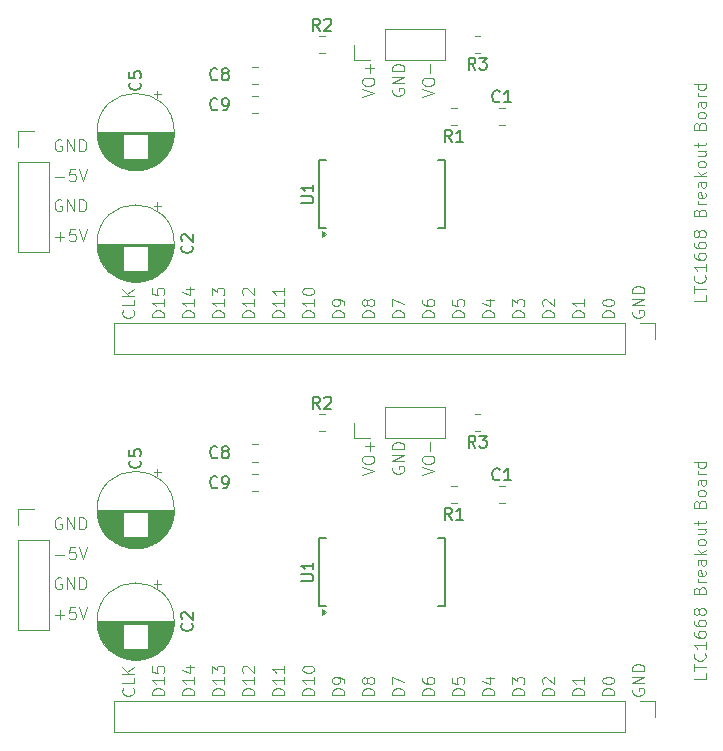
<source format=gbr>
%TF.GenerationSoftware,KiCad,Pcbnew,8.0.4*%
%TF.CreationDate,2024-08-18T00:19:52+02:00*%
%TF.ProjectId,untitled,756e7469-746c-4656-942e-6b696361645f,rev?*%
%TF.SameCoordinates,Original*%
%TF.FileFunction,Legend,Top*%
%TF.FilePolarity,Positive*%
%FSLAX46Y46*%
G04 Gerber Fmt 4.6, Leading zero omitted, Abs format (unit mm)*
G04 Created by KiCad (PCBNEW 8.0.4) date 2024-08-18 00:19:52*
%MOMM*%
%LPD*%
G01*
G04 APERTURE LIST*
%ADD10C,0.100000*%
%ADD11C,0.150000*%
%ADD12C,0.120000*%
G04 APERTURE END LIST*
D10*
X120367884Y-40715966D02*
X121129789Y-40715966D01*
X122082169Y-40096919D02*
X121605979Y-40096919D01*
X121605979Y-40096919D02*
X121558360Y-40573109D01*
X121558360Y-40573109D02*
X121605979Y-40525490D01*
X121605979Y-40525490D02*
X121701217Y-40477871D01*
X121701217Y-40477871D02*
X121939312Y-40477871D01*
X121939312Y-40477871D02*
X122034550Y-40525490D01*
X122034550Y-40525490D02*
X122082169Y-40573109D01*
X122082169Y-40573109D02*
X122129788Y-40668347D01*
X122129788Y-40668347D02*
X122129788Y-40906442D01*
X122129788Y-40906442D02*
X122082169Y-41001680D01*
X122082169Y-41001680D02*
X122034550Y-41049300D01*
X122034550Y-41049300D02*
X121939312Y-41096919D01*
X121939312Y-41096919D02*
X121701217Y-41096919D01*
X121701217Y-41096919D02*
X121605979Y-41049300D01*
X121605979Y-41049300D02*
X121558360Y-41001680D01*
X122415503Y-40096919D02*
X122748836Y-41096919D01*
X122748836Y-41096919D02*
X123082169Y-40096919D01*
X167688419Y-84604615D02*
X166688419Y-84604615D01*
X166688419Y-84604615D02*
X166688419Y-84366520D01*
X166688419Y-84366520D02*
X166736038Y-84223663D01*
X166736038Y-84223663D02*
X166831276Y-84128425D01*
X166831276Y-84128425D02*
X166926514Y-84080806D01*
X166926514Y-84080806D02*
X167116990Y-84033187D01*
X167116990Y-84033187D02*
X167259847Y-84033187D01*
X167259847Y-84033187D02*
X167450323Y-84080806D01*
X167450323Y-84080806D02*
X167545561Y-84128425D01*
X167545561Y-84128425D02*
X167640800Y-84223663D01*
X167640800Y-84223663D02*
X167688419Y-84366520D01*
X167688419Y-84366520D02*
X167688419Y-84604615D01*
X166688419Y-83414139D02*
X166688419Y-83318901D01*
X166688419Y-83318901D02*
X166736038Y-83223663D01*
X166736038Y-83223663D02*
X166783657Y-83176044D01*
X166783657Y-83176044D02*
X166878895Y-83128425D01*
X166878895Y-83128425D02*
X167069371Y-83080806D01*
X167069371Y-83080806D02*
X167307466Y-83080806D01*
X167307466Y-83080806D02*
X167497942Y-83128425D01*
X167497942Y-83128425D02*
X167593180Y-83176044D01*
X167593180Y-83176044D02*
X167640800Y-83223663D01*
X167640800Y-83223663D02*
X167688419Y-83318901D01*
X167688419Y-83318901D02*
X167688419Y-83414139D01*
X167688419Y-83414139D02*
X167640800Y-83509377D01*
X167640800Y-83509377D02*
X167593180Y-83556996D01*
X167593180Y-83556996D02*
X167497942Y-83604615D01*
X167497942Y-83604615D02*
X167307466Y-83652234D01*
X167307466Y-83652234D02*
X167069371Y-83652234D01*
X167069371Y-83652234D02*
X166878895Y-83604615D01*
X166878895Y-83604615D02*
X166783657Y-83556996D01*
X166783657Y-83556996D02*
X166736038Y-83509377D01*
X166736038Y-83509377D02*
X166688419Y-83414139D01*
X148956038Y-33284806D02*
X148908419Y-33380044D01*
X148908419Y-33380044D02*
X148908419Y-33522901D01*
X148908419Y-33522901D02*
X148956038Y-33665758D01*
X148956038Y-33665758D02*
X149051276Y-33760996D01*
X149051276Y-33760996D02*
X149146514Y-33808615D01*
X149146514Y-33808615D02*
X149336990Y-33856234D01*
X149336990Y-33856234D02*
X149479847Y-33856234D01*
X149479847Y-33856234D02*
X149670323Y-33808615D01*
X149670323Y-33808615D02*
X149765561Y-33760996D01*
X149765561Y-33760996D02*
X149860800Y-33665758D01*
X149860800Y-33665758D02*
X149908419Y-33522901D01*
X149908419Y-33522901D02*
X149908419Y-33427663D01*
X149908419Y-33427663D02*
X149860800Y-33284806D01*
X149860800Y-33284806D02*
X149813180Y-33237187D01*
X149813180Y-33237187D02*
X149479847Y-33237187D01*
X149479847Y-33237187D02*
X149479847Y-33427663D01*
X149908419Y-32808615D02*
X148908419Y-32808615D01*
X148908419Y-32808615D02*
X149908419Y-32237187D01*
X149908419Y-32237187D02*
X148908419Y-32237187D01*
X149908419Y-31760996D02*
X148908419Y-31760996D01*
X148908419Y-31760996D02*
X148908419Y-31522901D01*
X148908419Y-31522901D02*
X148956038Y-31380044D01*
X148956038Y-31380044D02*
X149051276Y-31284806D01*
X149051276Y-31284806D02*
X149146514Y-31237187D01*
X149146514Y-31237187D02*
X149336990Y-31189568D01*
X149336990Y-31189568D02*
X149479847Y-31189568D01*
X149479847Y-31189568D02*
X149670323Y-31237187D01*
X149670323Y-31237187D02*
X149765561Y-31284806D01*
X149765561Y-31284806D02*
X149860800Y-31380044D01*
X149860800Y-31380044D02*
X149908419Y-31522901D01*
X149908419Y-31522901D02*
X149908419Y-31760996D01*
X162608419Y-84604615D02*
X161608419Y-84604615D01*
X161608419Y-84604615D02*
X161608419Y-84366520D01*
X161608419Y-84366520D02*
X161656038Y-84223663D01*
X161656038Y-84223663D02*
X161751276Y-84128425D01*
X161751276Y-84128425D02*
X161846514Y-84080806D01*
X161846514Y-84080806D02*
X162036990Y-84033187D01*
X162036990Y-84033187D02*
X162179847Y-84033187D01*
X162179847Y-84033187D02*
X162370323Y-84080806D01*
X162370323Y-84080806D02*
X162465561Y-84128425D01*
X162465561Y-84128425D02*
X162560800Y-84223663D01*
X162560800Y-84223663D02*
X162608419Y-84366520D01*
X162608419Y-84366520D02*
X162608419Y-84604615D01*
X161703657Y-83652234D02*
X161656038Y-83604615D01*
X161656038Y-83604615D02*
X161608419Y-83509377D01*
X161608419Y-83509377D02*
X161608419Y-83271282D01*
X161608419Y-83271282D02*
X161656038Y-83176044D01*
X161656038Y-83176044D02*
X161703657Y-83128425D01*
X161703657Y-83128425D02*
X161798895Y-83080806D01*
X161798895Y-83080806D02*
X161894133Y-83080806D01*
X161894133Y-83080806D02*
X162036990Y-83128425D01*
X162036990Y-83128425D02*
X162608419Y-83699853D01*
X162608419Y-83699853D02*
X162608419Y-83080806D01*
X151448419Y-65951472D02*
X152448419Y-65618139D01*
X152448419Y-65618139D02*
X151448419Y-65284806D01*
X151448419Y-64760996D02*
X151448419Y-64570520D01*
X151448419Y-64570520D02*
X151496038Y-64475282D01*
X151496038Y-64475282D02*
X151591276Y-64380044D01*
X151591276Y-64380044D02*
X151781752Y-64332425D01*
X151781752Y-64332425D02*
X152115085Y-64332425D01*
X152115085Y-64332425D02*
X152305561Y-64380044D01*
X152305561Y-64380044D02*
X152400800Y-64475282D01*
X152400800Y-64475282D02*
X152448419Y-64570520D01*
X152448419Y-64570520D02*
X152448419Y-64760996D01*
X152448419Y-64760996D02*
X152400800Y-64856234D01*
X152400800Y-64856234D02*
X152305561Y-64951472D01*
X152305561Y-64951472D02*
X152115085Y-64999091D01*
X152115085Y-64999091D02*
X151781752Y-64999091D01*
X151781752Y-64999091D02*
X151591276Y-64951472D01*
X151591276Y-64951472D02*
X151496038Y-64856234D01*
X151496038Y-64856234D02*
X151448419Y-64760996D01*
X152067466Y-63903853D02*
X152067466Y-63141949D01*
X144828419Y-52604615D02*
X143828419Y-52604615D01*
X143828419Y-52604615D02*
X143828419Y-52366520D01*
X143828419Y-52366520D02*
X143876038Y-52223663D01*
X143876038Y-52223663D02*
X143971276Y-52128425D01*
X143971276Y-52128425D02*
X144066514Y-52080806D01*
X144066514Y-52080806D02*
X144256990Y-52033187D01*
X144256990Y-52033187D02*
X144399847Y-52033187D01*
X144399847Y-52033187D02*
X144590323Y-52080806D01*
X144590323Y-52080806D02*
X144685561Y-52128425D01*
X144685561Y-52128425D02*
X144780800Y-52223663D01*
X144780800Y-52223663D02*
X144828419Y-52366520D01*
X144828419Y-52366520D02*
X144828419Y-52604615D01*
X144828419Y-51556996D02*
X144828419Y-51366520D01*
X144828419Y-51366520D02*
X144780800Y-51271282D01*
X144780800Y-51271282D02*
X144733180Y-51223663D01*
X144733180Y-51223663D02*
X144590323Y-51128425D01*
X144590323Y-51128425D02*
X144399847Y-51080806D01*
X144399847Y-51080806D02*
X144018895Y-51080806D01*
X144018895Y-51080806D02*
X143923657Y-51128425D01*
X143923657Y-51128425D02*
X143876038Y-51176044D01*
X143876038Y-51176044D02*
X143828419Y-51271282D01*
X143828419Y-51271282D02*
X143828419Y-51461758D01*
X143828419Y-51461758D02*
X143876038Y-51556996D01*
X143876038Y-51556996D02*
X143923657Y-51604615D01*
X143923657Y-51604615D02*
X144018895Y-51652234D01*
X144018895Y-51652234D02*
X144256990Y-51652234D01*
X144256990Y-51652234D02*
X144352228Y-51604615D01*
X144352228Y-51604615D02*
X144399847Y-51556996D01*
X144399847Y-51556996D02*
X144447466Y-51461758D01*
X144447466Y-51461758D02*
X144447466Y-51271282D01*
X144447466Y-51271282D02*
X144399847Y-51176044D01*
X144399847Y-51176044D02*
X144352228Y-51128425D01*
X144352228Y-51128425D02*
X144256990Y-51080806D01*
X120367884Y-77795966D02*
X121129789Y-77795966D01*
X120748836Y-78176919D02*
X120748836Y-77415014D01*
X122082169Y-77176919D02*
X121605979Y-77176919D01*
X121605979Y-77176919D02*
X121558360Y-77653109D01*
X121558360Y-77653109D02*
X121605979Y-77605490D01*
X121605979Y-77605490D02*
X121701217Y-77557871D01*
X121701217Y-77557871D02*
X121939312Y-77557871D01*
X121939312Y-77557871D02*
X122034550Y-77605490D01*
X122034550Y-77605490D02*
X122082169Y-77653109D01*
X122082169Y-77653109D02*
X122129788Y-77748347D01*
X122129788Y-77748347D02*
X122129788Y-77986442D01*
X122129788Y-77986442D02*
X122082169Y-78081680D01*
X122082169Y-78081680D02*
X122034550Y-78129300D01*
X122034550Y-78129300D02*
X121939312Y-78176919D01*
X121939312Y-78176919D02*
X121701217Y-78176919D01*
X121701217Y-78176919D02*
X121605979Y-78129300D01*
X121605979Y-78129300D02*
X121558360Y-78081680D01*
X122415503Y-77176919D02*
X122748836Y-78176919D01*
X122748836Y-78176919D02*
X123082169Y-77176919D01*
X139748419Y-84604615D02*
X138748419Y-84604615D01*
X138748419Y-84604615D02*
X138748419Y-84366520D01*
X138748419Y-84366520D02*
X138796038Y-84223663D01*
X138796038Y-84223663D02*
X138891276Y-84128425D01*
X138891276Y-84128425D02*
X138986514Y-84080806D01*
X138986514Y-84080806D02*
X139176990Y-84033187D01*
X139176990Y-84033187D02*
X139319847Y-84033187D01*
X139319847Y-84033187D02*
X139510323Y-84080806D01*
X139510323Y-84080806D02*
X139605561Y-84128425D01*
X139605561Y-84128425D02*
X139700800Y-84223663D01*
X139700800Y-84223663D02*
X139748419Y-84366520D01*
X139748419Y-84366520D02*
X139748419Y-84604615D01*
X139748419Y-83080806D02*
X139748419Y-83652234D01*
X139748419Y-83366520D02*
X138748419Y-83366520D01*
X138748419Y-83366520D02*
X138891276Y-83461758D01*
X138891276Y-83461758D02*
X138986514Y-83556996D01*
X138986514Y-83556996D02*
X139034133Y-83652234D01*
X139748419Y-82128425D02*
X139748419Y-82699853D01*
X139748419Y-82414139D02*
X138748419Y-82414139D01*
X138748419Y-82414139D02*
X138891276Y-82509377D01*
X138891276Y-82509377D02*
X138986514Y-82604615D01*
X138986514Y-82604615D02*
X139034133Y-82699853D01*
X154988419Y-84604615D02*
X153988419Y-84604615D01*
X153988419Y-84604615D02*
X153988419Y-84366520D01*
X153988419Y-84366520D02*
X154036038Y-84223663D01*
X154036038Y-84223663D02*
X154131276Y-84128425D01*
X154131276Y-84128425D02*
X154226514Y-84080806D01*
X154226514Y-84080806D02*
X154416990Y-84033187D01*
X154416990Y-84033187D02*
X154559847Y-84033187D01*
X154559847Y-84033187D02*
X154750323Y-84080806D01*
X154750323Y-84080806D02*
X154845561Y-84128425D01*
X154845561Y-84128425D02*
X154940800Y-84223663D01*
X154940800Y-84223663D02*
X154988419Y-84366520D01*
X154988419Y-84366520D02*
X154988419Y-84604615D01*
X153988419Y-83128425D02*
X153988419Y-83604615D01*
X153988419Y-83604615D02*
X154464609Y-83652234D01*
X154464609Y-83652234D02*
X154416990Y-83604615D01*
X154416990Y-83604615D02*
X154369371Y-83509377D01*
X154369371Y-83509377D02*
X154369371Y-83271282D01*
X154369371Y-83271282D02*
X154416990Y-83176044D01*
X154416990Y-83176044D02*
X154464609Y-83128425D01*
X154464609Y-83128425D02*
X154559847Y-83080806D01*
X154559847Y-83080806D02*
X154797942Y-83080806D01*
X154797942Y-83080806D02*
X154893180Y-83128425D01*
X154893180Y-83128425D02*
X154940800Y-83176044D01*
X154940800Y-83176044D02*
X154988419Y-83271282D01*
X154988419Y-83271282D02*
X154988419Y-83509377D01*
X154988419Y-83509377D02*
X154940800Y-83604615D01*
X154940800Y-83604615D02*
X154893180Y-83652234D01*
X137208419Y-84604615D02*
X136208419Y-84604615D01*
X136208419Y-84604615D02*
X136208419Y-84366520D01*
X136208419Y-84366520D02*
X136256038Y-84223663D01*
X136256038Y-84223663D02*
X136351276Y-84128425D01*
X136351276Y-84128425D02*
X136446514Y-84080806D01*
X136446514Y-84080806D02*
X136636990Y-84033187D01*
X136636990Y-84033187D02*
X136779847Y-84033187D01*
X136779847Y-84033187D02*
X136970323Y-84080806D01*
X136970323Y-84080806D02*
X137065561Y-84128425D01*
X137065561Y-84128425D02*
X137160800Y-84223663D01*
X137160800Y-84223663D02*
X137208419Y-84366520D01*
X137208419Y-84366520D02*
X137208419Y-84604615D01*
X137208419Y-83080806D02*
X137208419Y-83652234D01*
X137208419Y-83366520D02*
X136208419Y-83366520D01*
X136208419Y-83366520D02*
X136351276Y-83461758D01*
X136351276Y-83461758D02*
X136446514Y-83556996D01*
X136446514Y-83556996D02*
X136494133Y-83652234D01*
X136303657Y-82699853D02*
X136256038Y-82652234D01*
X136256038Y-82652234D02*
X136208419Y-82556996D01*
X136208419Y-82556996D02*
X136208419Y-82318901D01*
X136208419Y-82318901D02*
X136256038Y-82223663D01*
X136256038Y-82223663D02*
X136303657Y-82176044D01*
X136303657Y-82176044D02*
X136398895Y-82128425D01*
X136398895Y-82128425D02*
X136494133Y-82128425D01*
X136494133Y-82128425D02*
X136636990Y-82176044D01*
X136636990Y-82176044D02*
X137208419Y-82747472D01*
X137208419Y-82747472D02*
X137208419Y-82128425D01*
X120891693Y-42684538D02*
X120796455Y-42636919D01*
X120796455Y-42636919D02*
X120653598Y-42636919D01*
X120653598Y-42636919D02*
X120510741Y-42684538D01*
X120510741Y-42684538D02*
X120415503Y-42779776D01*
X120415503Y-42779776D02*
X120367884Y-42875014D01*
X120367884Y-42875014D02*
X120320265Y-43065490D01*
X120320265Y-43065490D02*
X120320265Y-43208347D01*
X120320265Y-43208347D02*
X120367884Y-43398823D01*
X120367884Y-43398823D02*
X120415503Y-43494061D01*
X120415503Y-43494061D02*
X120510741Y-43589300D01*
X120510741Y-43589300D02*
X120653598Y-43636919D01*
X120653598Y-43636919D02*
X120748836Y-43636919D01*
X120748836Y-43636919D02*
X120891693Y-43589300D01*
X120891693Y-43589300D02*
X120939312Y-43541680D01*
X120939312Y-43541680D02*
X120939312Y-43208347D01*
X120939312Y-43208347D02*
X120748836Y-43208347D01*
X121367884Y-43636919D02*
X121367884Y-42636919D01*
X121367884Y-42636919D02*
X121939312Y-43636919D01*
X121939312Y-43636919D02*
X121939312Y-42636919D01*
X122415503Y-43636919D02*
X122415503Y-42636919D01*
X122415503Y-42636919D02*
X122653598Y-42636919D01*
X122653598Y-42636919D02*
X122796455Y-42684538D01*
X122796455Y-42684538D02*
X122891693Y-42779776D01*
X122891693Y-42779776D02*
X122939312Y-42875014D01*
X122939312Y-42875014D02*
X122986931Y-43065490D01*
X122986931Y-43065490D02*
X122986931Y-43208347D01*
X122986931Y-43208347D02*
X122939312Y-43398823D01*
X122939312Y-43398823D02*
X122891693Y-43494061D01*
X122891693Y-43494061D02*
X122796455Y-43589300D01*
X122796455Y-43589300D02*
X122653598Y-43636919D01*
X122653598Y-43636919D02*
X122415503Y-43636919D01*
X154988419Y-52604615D02*
X153988419Y-52604615D01*
X153988419Y-52604615D02*
X153988419Y-52366520D01*
X153988419Y-52366520D02*
X154036038Y-52223663D01*
X154036038Y-52223663D02*
X154131276Y-52128425D01*
X154131276Y-52128425D02*
X154226514Y-52080806D01*
X154226514Y-52080806D02*
X154416990Y-52033187D01*
X154416990Y-52033187D02*
X154559847Y-52033187D01*
X154559847Y-52033187D02*
X154750323Y-52080806D01*
X154750323Y-52080806D02*
X154845561Y-52128425D01*
X154845561Y-52128425D02*
X154940800Y-52223663D01*
X154940800Y-52223663D02*
X154988419Y-52366520D01*
X154988419Y-52366520D02*
X154988419Y-52604615D01*
X153988419Y-51128425D02*
X153988419Y-51604615D01*
X153988419Y-51604615D02*
X154464609Y-51652234D01*
X154464609Y-51652234D02*
X154416990Y-51604615D01*
X154416990Y-51604615D02*
X154369371Y-51509377D01*
X154369371Y-51509377D02*
X154369371Y-51271282D01*
X154369371Y-51271282D02*
X154416990Y-51176044D01*
X154416990Y-51176044D02*
X154464609Y-51128425D01*
X154464609Y-51128425D02*
X154559847Y-51080806D01*
X154559847Y-51080806D02*
X154797942Y-51080806D01*
X154797942Y-51080806D02*
X154893180Y-51128425D01*
X154893180Y-51128425D02*
X154940800Y-51176044D01*
X154940800Y-51176044D02*
X154988419Y-51271282D01*
X154988419Y-51271282D02*
X154988419Y-51509377D01*
X154988419Y-51509377D02*
X154940800Y-51604615D01*
X154940800Y-51604615D02*
X154893180Y-51652234D01*
X160068419Y-84604615D02*
X159068419Y-84604615D01*
X159068419Y-84604615D02*
X159068419Y-84366520D01*
X159068419Y-84366520D02*
X159116038Y-84223663D01*
X159116038Y-84223663D02*
X159211276Y-84128425D01*
X159211276Y-84128425D02*
X159306514Y-84080806D01*
X159306514Y-84080806D02*
X159496990Y-84033187D01*
X159496990Y-84033187D02*
X159639847Y-84033187D01*
X159639847Y-84033187D02*
X159830323Y-84080806D01*
X159830323Y-84080806D02*
X159925561Y-84128425D01*
X159925561Y-84128425D02*
X160020800Y-84223663D01*
X160020800Y-84223663D02*
X160068419Y-84366520D01*
X160068419Y-84366520D02*
X160068419Y-84604615D01*
X159068419Y-83699853D02*
X159068419Y-83080806D01*
X159068419Y-83080806D02*
X159449371Y-83414139D01*
X159449371Y-83414139D02*
X159449371Y-83271282D01*
X159449371Y-83271282D02*
X159496990Y-83176044D01*
X159496990Y-83176044D02*
X159544609Y-83128425D01*
X159544609Y-83128425D02*
X159639847Y-83080806D01*
X159639847Y-83080806D02*
X159877942Y-83080806D01*
X159877942Y-83080806D02*
X159973180Y-83128425D01*
X159973180Y-83128425D02*
X160020800Y-83176044D01*
X160020800Y-83176044D02*
X160068419Y-83271282D01*
X160068419Y-83271282D02*
X160068419Y-83556996D01*
X160068419Y-83556996D02*
X160020800Y-83652234D01*
X160020800Y-83652234D02*
X159973180Y-83699853D01*
X129588419Y-84604615D02*
X128588419Y-84604615D01*
X128588419Y-84604615D02*
X128588419Y-84366520D01*
X128588419Y-84366520D02*
X128636038Y-84223663D01*
X128636038Y-84223663D02*
X128731276Y-84128425D01*
X128731276Y-84128425D02*
X128826514Y-84080806D01*
X128826514Y-84080806D02*
X129016990Y-84033187D01*
X129016990Y-84033187D02*
X129159847Y-84033187D01*
X129159847Y-84033187D02*
X129350323Y-84080806D01*
X129350323Y-84080806D02*
X129445561Y-84128425D01*
X129445561Y-84128425D02*
X129540800Y-84223663D01*
X129540800Y-84223663D02*
X129588419Y-84366520D01*
X129588419Y-84366520D02*
X129588419Y-84604615D01*
X129588419Y-83080806D02*
X129588419Y-83652234D01*
X129588419Y-83366520D02*
X128588419Y-83366520D01*
X128588419Y-83366520D02*
X128731276Y-83461758D01*
X128731276Y-83461758D02*
X128826514Y-83556996D01*
X128826514Y-83556996D02*
X128874133Y-83652234D01*
X128588419Y-82176044D02*
X128588419Y-82652234D01*
X128588419Y-82652234D02*
X129064609Y-82699853D01*
X129064609Y-82699853D02*
X129016990Y-82652234D01*
X129016990Y-82652234D02*
X128969371Y-82556996D01*
X128969371Y-82556996D02*
X128969371Y-82318901D01*
X128969371Y-82318901D02*
X129016990Y-82223663D01*
X129016990Y-82223663D02*
X129064609Y-82176044D01*
X129064609Y-82176044D02*
X129159847Y-82128425D01*
X129159847Y-82128425D02*
X129397942Y-82128425D01*
X129397942Y-82128425D02*
X129493180Y-82176044D01*
X129493180Y-82176044D02*
X129540800Y-82223663D01*
X129540800Y-82223663D02*
X129588419Y-82318901D01*
X129588419Y-82318901D02*
X129588419Y-82556996D01*
X129588419Y-82556996D02*
X129540800Y-82652234D01*
X129540800Y-82652234D02*
X129493180Y-82699853D01*
X149908419Y-84604615D02*
X148908419Y-84604615D01*
X148908419Y-84604615D02*
X148908419Y-84366520D01*
X148908419Y-84366520D02*
X148956038Y-84223663D01*
X148956038Y-84223663D02*
X149051276Y-84128425D01*
X149051276Y-84128425D02*
X149146514Y-84080806D01*
X149146514Y-84080806D02*
X149336990Y-84033187D01*
X149336990Y-84033187D02*
X149479847Y-84033187D01*
X149479847Y-84033187D02*
X149670323Y-84080806D01*
X149670323Y-84080806D02*
X149765561Y-84128425D01*
X149765561Y-84128425D02*
X149860800Y-84223663D01*
X149860800Y-84223663D02*
X149908419Y-84366520D01*
X149908419Y-84366520D02*
X149908419Y-84604615D01*
X148908419Y-83699853D02*
X148908419Y-83033187D01*
X148908419Y-83033187D02*
X149908419Y-83461758D01*
X132128419Y-84604615D02*
X131128419Y-84604615D01*
X131128419Y-84604615D02*
X131128419Y-84366520D01*
X131128419Y-84366520D02*
X131176038Y-84223663D01*
X131176038Y-84223663D02*
X131271276Y-84128425D01*
X131271276Y-84128425D02*
X131366514Y-84080806D01*
X131366514Y-84080806D02*
X131556990Y-84033187D01*
X131556990Y-84033187D02*
X131699847Y-84033187D01*
X131699847Y-84033187D02*
X131890323Y-84080806D01*
X131890323Y-84080806D02*
X131985561Y-84128425D01*
X131985561Y-84128425D02*
X132080800Y-84223663D01*
X132080800Y-84223663D02*
X132128419Y-84366520D01*
X132128419Y-84366520D02*
X132128419Y-84604615D01*
X132128419Y-83080806D02*
X132128419Y-83652234D01*
X132128419Y-83366520D02*
X131128419Y-83366520D01*
X131128419Y-83366520D02*
X131271276Y-83461758D01*
X131271276Y-83461758D02*
X131366514Y-83556996D01*
X131366514Y-83556996D02*
X131414133Y-83652234D01*
X131461752Y-82223663D02*
X132128419Y-82223663D01*
X131080800Y-82461758D02*
X131795085Y-82699853D01*
X131795085Y-82699853D02*
X131795085Y-82080806D01*
X146368419Y-65951472D02*
X147368419Y-65618139D01*
X147368419Y-65618139D02*
X146368419Y-65284806D01*
X146368419Y-64760996D02*
X146368419Y-64570520D01*
X146368419Y-64570520D02*
X146416038Y-64475282D01*
X146416038Y-64475282D02*
X146511276Y-64380044D01*
X146511276Y-64380044D02*
X146701752Y-64332425D01*
X146701752Y-64332425D02*
X147035085Y-64332425D01*
X147035085Y-64332425D02*
X147225561Y-64380044D01*
X147225561Y-64380044D02*
X147320800Y-64475282D01*
X147320800Y-64475282D02*
X147368419Y-64570520D01*
X147368419Y-64570520D02*
X147368419Y-64760996D01*
X147368419Y-64760996D02*
X147320800Y-64856234D01*
X147320800Y-64856234D02*
X147225561Y-64951472D01*
X147225561Y-64951472D02*
X147035085Y-64999091D01*
X147035085Y-64999091D02*
X146701752Y-64999091D01*
X146701752Y-64999091D02*
X146511276Y-64951472D01*
X146511276Y-64951472D02*
X146416038Y-64856234D01*
X146416038Y-64856234D02*
X146368419Y-64760996D01*
X146987466Y-63903853D02*
X146987466Y-63141949D01*
X147368419Y-63522901D02*
X146606514Y-63522901D01*
X134668419Y-52604615D02*
X133668419Y-52604615D01*
X133668419Y-52604615D02*
X133668419Y-52366520D01*
X133668419Y-52366520D02*
X133716038Y-52223663D01*
X133716038Y-52223663D02*
X133811276Y-52128425D01*
X133811276Y-52128425D02*
X133906514Y-52080806D01*
X133906514Y-52080806D02*
X134096990Y-52033187D01*
X134096990Y-52033187D02*
X134239847Y-52033187D01*
X134239847Y-52033187D02*
X134430323Y-52080806D01*
X134430323Y-52080806D02*
X134525561Y-52128425D01*
X134525561Y-52128425D02*
X134620800Y-52223663D01*
X134620800Y-52223663D02*
X134668419Y-52366520D01*
X134668419Y-52366520D02*
X134668419Y-52604615D01*
X134668419Y-51080806D02*
X134668419Y-51652234D01*
X134668419Y-51366520D02*
X133668419Y-51366520D01*
X133668419Y-51366520D02*
X133811276Y-51461758D01*
X133811276Y-51461758D02*
X133906514Y-51556996D01*
X133906514Y-51556996D02*
X133954133Y-51652234D01*
X133668419Y-50747472D02*
X133668419Y-50128425D01*
X133668419Y-50128425D02*
X134049371Y-50461758D01*
X134049371Y-50461758D02*
X134049371Y-50318901D01*
X134049371Y-50318901D02*
X134096990Y-50223663D01*
X134096990Y-50223663D02*
X134144609Y-50176044D01*
X134144609Y-50176044D02*
X134239847Y-50128425D01*
X134239847Y-50128425D02*
X134477942Y-50128425D01*
X134477942Y-50128425D02*
X134573180Y-50176044D01*
X134573180Y-50176044D02*
X134620800Y-50223663D01*
X134620800Y-50223663D02*
X134668419Y-50318901D01*
X134668419Y-50318901D02*
X134668419Y-50604615D01*
X134668419Y-50604615D02*
X134620800Y-50699853D01*
X134620800Y-50699853D02*
X134573180Y-50747472D01*
X148956038Y-65284806D02*
X148908419Y-65380044D01*
X148908419Y-65380044D02*
X148908419Y-65522901D01*
X148908419Y-65522901D02*
X148956038Y-65665758D01*
X148956038Y-65665758D02*
X149051276Y-65760996D01*
X149051276Y-65760996D02*
X149146514Y-65808615D01*
X149146514Y-65808615D02*
X149336990Y-65856234D01*
X149336990Y-65856234D02*
X149479847Y-65856234D01*
X149479847Y-65856234D02*
X149670323Y-65808615D01*
X149670323Y-65808615D02*
X149765561Y-65760996D01*
X149765561Y-65760996D02*
X149860800Y-65665758D01*
X149860800Y-65665758D02*
X149908419Y-65522901D01*
X149908419Y-65522901D02*
X149908419Y-65427663D01*
X149908419Y-65427663D02*
X149860800Y-65284806D01*
X149860800Y-65284806D02*
X149813180Y-65237187D01*
X149813180Y-65237187D02*
X149479847Y-65237187D01*
X149479847Y-65237187D02*
X149479847Y-65427663D01*
X149908419Y-64808615D02*
X148908419Y-64808615D01*
X148908419Y-64808615D02*
X149908419Y-64237187D01*
X149908419Y-64237187D02*
X148908419Y-64237187D01*
X149908419Y-63760996D02*
X148908419Y-63760996D01*
X148908419Y-63760996D02*
X148908419Y-63522901D01*
X148908419Y-63522901D02*
X148956038Y-63380044D01*
X148956038Y-63380044D02*
X149051276Y-63284806D01*
X149051276Y-63284806D02*
X149146514Y-63237187D01*
X149146514Y-63237187D02*
X149336990Y-63189568D01*
X149336990Y-63189568D02*
X149479847Y-63189568D01*
X149479847Y-63189568D02*
X149670323Y-63237187D01*
X149670323Y-63237187D02*
X149765561Y-63284806D01*
X149765561Y-63284806D02*
X149860800Y-63380044D01*
X149860800Y-63380044D02*
X149908419Y-63522901D01*
X149908419Y-63522901D02*
X149908419Y-63760996D01*
X152448419Y-52604615D02*
X151448419Y-52604615D01*
X151448419Y-52604615D02*
X151448419Y-52366520D01*
X151448419Y-52366520D02*
X151496038Y-52223663D01*
X151496038Y-52223663D02*
X151591276Y-52128425D01*
X151591276Y-52128425D02*
X151686514Y-52080806D01*
X151686514Y-52080806D02*
X151876990Y-52033187D01*
X151876990Y-52033187D02*
X152019847Y-52033187D01*
X152019847Y-52033187D02*
X152210323Y-52080806D01*
X152210323Y-52080806D02*
X152305561Y-52128425D01*
X152305561Y-52128425D02*
X152400800Y-52223663D01*
X152400800Y-52223663D02*
X152448419Y-52366520D01*
X152448419Y-52366520D02*
X152448419Y-52604615D01*
X151448419Y-51176044D02*
X151448419Y-51366520D01*
X151448419Y-51366520D02*
X151496038Y-51461758D01*
X151496038Y-51461758D02*
X151543657Y-51509377D01*
X151543657Y-51509377D02*
X151686514Y-51604615D01*
X151686514Y-51604615D02*
X151876990Y-51652234D01*
X151876990Y-51652234D02*
X152257942Y-51652234D01*
X152257942Y-51652234D02*
X152353180Y-51604615D01*
X152353180Y-51604615D02*
X152400800Y-51556996D01*
X152400800Y-51556996D02*
X152448419Y-51461758D01*
X152448419Y-51461758D02*
X152448419Y-51271282D01*
X152448419Y-51271282D02*
X152400800Y-51176044D01*
X152400800Y-51176044D02*
X152353180Y-51128425D01*
X152353180Y-51128425D02*
X152257942Y-51080806D01*
X152257942Y-51080806D02*
X152019847Y-51080806D01*
X152019847Y-51080806D02*
X151924609Y-51128425D01*
X151924609Y-51128425D02*
X151876990Y-51176044D01*
X151876990Y-51176044D02*
X151829371Y-51271282D01*
X151829371Y-51271282D02*
X151829371Y-51461758D01*
X151829371Y-51461758D02*
X151876990Y-51556996D01*
X151876990Y-51556996D02*
X151924609Y-51604615D01*
X151924609Y-51604615D02*
X152019847Y-51652234D01*
X129588419Y-52604615D02*
X128588419Y-52604615D01*
X128588419Y-52604615D02*
X128588419Y-52366520D01*
X128588419Y-52366520D02*
X128636038Y-52223663D01*
X128636038Y-52223663D02*
X128731276Y-52128425D01*
X128731276Y-52128425D02*
X128826514Y-52080806D01*
X128826514Y-52080806D02*
X129016990Y-52033187D01*
X129016990Y-52033187D02*
X129159847Y-52033187D01*
X129159847Y-52033187D02*
X129350323Y-52080806D01*
X129350323Y-52080806D02*
X129445561Y-52128425D01*
X129445561Y-52128425D02*
X129540800Y-52223663D01*
X129540800Y-52223663D02*
X129588419Y-52366520D01*
X129588419Y-52366520D02*
X129588419Y-52604615D01*
X129588419Y-51080806D02*
X129588419Y-51652234D01*
X129588419Y-51366520D02*
X128588419Y-51366520D01*
X128588419Y-51366520D02*
X128731276Y-51461758D01*
X128731276Y-51461758D02*
X128826514Y-51556996D01*
X128826514Y-51556996D02*
X128874133Y-51652234D01*
X128588419Y-50176044D02*
X128588419Y-50652234D01*
X128588419Y-50652234D02*
X129064609Y-50699853D01*
X129064609Y-50699853D02*
X129016990Y-50652234D01*
X129016990Y-50652234D02*
X128969371Y-50556996D01*
X128969371Y-50556996D02*
X128969371Y-50318901D01*
X128969371Y-50318901D02*
X129016990Y-50223663D01*
X129016990Y-50223663D02*
X129064609Y-50176044D01*
X129064609Y-50176044D02*
X129159847Y-50128425D01*
X129159847Y-50128425D02*
X129397942Y-50128425D01*
X129397942Y-50128425D02*
X129493180Y-50176044D01*
X129493180Y-50176044D02*
X129540800Y-50223663D01*
X129540800Y-50223663D02*
X129588419Y-50318901D01*
X129588419Y-50318901D02*
X129588419Y-50556996D01*
X129588419Y-50556996D02*
X129540800Y-50652234D01*
X129540800Y-50652234D02*
X129493180Y-50699853D01*
X162608419Y-52604615D02*
X161608419Y-52604615D01*
X161608419Y-52604615D02*
X161608419Y-52366520D01*
X161608419Y-52366520D02*
X161656038Y-52223663D01*
X161656038Y-52223663D02*
X161751276Y-52128425D01*
X161751276Y-52128425D02*
X161846514Y-52080806D01*
X161846514Y-52080806D02*
X162036990Y-52033187D01*
X162036990Y-52033187D02*
X162179847Y-52033187D01*
X162179847Y-52033187D02*
X162370323Y-52080806D01*
X162370323Y-52080806D02*
X162465561Y-52128425D01*
X162465561Y-52128425D02*
X162560800Y-52223663D01*
X162560800Y-52223663D02*
X162608419Y-52366520D01*
X162608419Y-52366520D02*
X162608419Y-52604615D01*
X161703657Y-51652234D02*
X161656038Y-51604615D01*
X161656038Y-51604615D02*
X161608419Y-51509377D01*
X161608419Y-51509377D02*
X161608419Y-51271282D01*
X161608419Y-51271282D02*
X161656038Y-51176044D01*
X161656038Y-51176044D02*
X161703657Y-51128425D01*
X161703657Y-51128425D02*
X161798895Y-51080806D01*
X161798895Y-51080806D02*
X161894133Y-51080806D01*
X161894133Y-51080806D02*
X162036990Y-51128425D01*
X162036990Y-51128425D02*
X162608419Y-51699853D01*
X162608419Y-51699853D02*
X162608419Y-51080806D01*
X175435419Y-50731425D02*
X175435419Y-51207615D01*
X175435419Y-51207615D02*
X174435419Y-51207615D01*
X174435419Y-50540948D02*
X174435419Y-49969520D01*
X175435419Y-50255234D02*
X174435419Y-50255234D01*
X175340180Y-49064758D02*
X175387800Y-49112377D01*
X175387800Y-49112377D02*
X175435419Y-49255234D01*
X175435419Y-49255234D02*
X175435419Y-49350472D01*
X175435419Y-49350472D02*
X175387800Y-49493329D01*
X175387800Y-49493329D02*
X175292561Y-49588567D01*
X175292561Y-49588567D02*
X175197323Y-49636186D01*
X175197323Y-49636186D02*
X175006847Y-49683805D01*
X175006847Y-49683805D02*
X174863990Y-49683805D01*
X174863990Y-49683805D02*
X174673514Y-49636186D01*
X174673514Y-49636186D02*
X174578276Y-49588567D01*
X174578276Y-49588567D02*
X174483038Y-49493329D01*
X174483038Y-49493329D02*
X174435419Y-49350472D01*
X174435419Y-49350472D02*
X174435419Y-49255234D01*
X174435419Y-49255234D02*
X174483038Y-49112377D01*
X174483038Y-49112377D02*
X174530657Y-49064758D01*
X175435419Y-48112377D02*
X175435419Y-48683805D01*
X175435419Y-48398091D02*
X174435419Y-48398091D01*
X174435419Y-48398091D02*
X174578276Y-48493329D01*
X174578276Y-48493329D02*
X174673514Y-48588567D01*
X174673514Y-48588567D02*
X174721133Y-48683805D01*
X174435419Y-47255234D02*
X174435419Y-47445710D01*
X174435419Y-47445710D02*
X174483038Y-47540948D01*
X174483038Y-47540948D02*
X174530657Y-47588567D01*
X174530657Y-47588567D02*
X174673514Y-47683805D01*
X174673514Y-47683805D02*
X174863990Y-47731424D01*
X174863990Y-47731424D02*
X175244942Y-47731424D01*
X175244942Y-47731424D02*
X175340180Y-47683805D01*
X175340180Y-47683805D02*
X175387800Y-47636186D01*
X175387800Y-47636186D02*
X175435419Y-47540948D01*
X175435419Y-47540948D02*
X175435419Y-47350472D01*
X175435419Y-47350472D02*
X175387800Y-47255234D01*
X175387800Y-47255234D02*
X175340180Y-47207615D01*
X175340180Y-47207615D02*
X175244942Y-47159996D01*
X175244942Y-47159996D02*
X175006847Y-47159996D01*
X175006847Y-47159996D02*
X174911609Y-47207615D01*
X174911609Y-47207615D02*
X174863990Y-47255234D01*
X174863990Y-47255234D02*
X174816371Y-47350472D01*
X174816371Y-47350472D02*
X174816371Y-47540948D01*
X174816371Y-47540948D02*
X174863990Y-47636186D01*
X174863990Y-47636186D02*
X174911609Y-47683805D01*
X174911609Y-47683805D02*
X175006847Y-47731424D01*
X174435419Y-46302853D02*
X174435419Y-46493329D01*
X174435419Y-46493329D02*
X174483038Y-46588567D01*
X174483038Y-46588567D02*
X174530657Y-46636186D01*
X174530657Y-46636186D02*
X174673514Y-46731424D01*
X174673514Y-46731424D02*
X174863990Y-46779043D01*
X174863990Y-46779043D02*
X175244942Y-46779043D01*
X175244942Y-46779043D02*
X175340180Y-46731424D01*
X175340180Y-46731424D02*
X175387800Y-46683805D01*
X175387800Y-46683805D02*
X175435419Y-46588567D01*
X175435419Y-46588567D02*
X175435419Y-46398091D01*
X175435419Y-46398091D02*
X175387800Y-46302853D01*
X175387800Y-46302853D02*
X175340180Y-46255234D01*
X175340180Y-46255234D02*
X175244942Y-46207615D01*
X175244942Y-46207615D02*
X175006847Y-46207615D01*
X175006847Y-46207615D02*
X174911609Y-46255234D01*
X174911609Y-46255234D02*
X174863990Y-46302853D01*
X174863990Y-46302853D02*
X174816371Y-46398091D01*
X174816371Y-46398091D02*
X174816371Y-46588567D01*
X174816371Y-46588567D02*
X174863990Y-46683805D01*
X174863990Y-46683805D02*
X174911609Y-46731424D01*
X174911609Y-46731424D02*
X175006847Y-46779043D01*
X174863990Y-45636186D02*
X174816371Y-45731424D01*
X174816371Y-45731424D02*
X174768752Y-45779043D01*
X174768752Y-45779043D02*
X174673514Y-45826662D01*
X174673514Y-45826662D02*
X174625895Y-45826662D01*
X174625895Y-45826662D02*
X174530657Y-45779043D01*
X174530657Y-45779043D02*
X174483038Y-45731424D01*
X174483038Y-45731424D02*
X174435419Y-45636186D01*
X174435419Y-45636186D02*
X174435419Y-45445710D01*
X174435419Y-45445710D02*
X174483038Y-45350472D01*
X174483038Y-45350472D02*
X174530657Y-45302853D01*
X174530657Y-45302853D02*
X174625895Y-45255234D01*
X174625895Y-45255234D02*
X174673514Y-45255234D01*
X174673514Y-45255234D02*
X174768752Y-45302853D01*
X174768752Y-45302853D02*
X174816371Y-45350472D01*
X174816371Y-45350472D02*
X174863990Y-45445710D01*
X174863990Y-45445710D02*
X174863990Y-45636186D01*
X174863990Y-45636186D02*
X174911609Y-45731424D01*
X174911609Y-45731424D02*
X174959228Y-45779043D01*
X174959228Y-45779043D02*
X175054466Y-45826662D01*
X175054466Y-45826662D02*
X175244942Y-45826662D01*
X175244942Y-45826662D02*
X175340180Y-45779043D01*
X175340180Y-45779043D02*
X175387800Y-45731424D01*
X175387800Y-45731424D02*
X175435419Y-45636186D01*
X175435419Y-45636186D02*
X175435419Y-45445710D01*
X175435419Y-45445710D02*
X175387800Y-45350472D01*
X175387800Y-45350472D02*
X175340180Y-45302853D01*
X175340180Y-45302853D02*
X175244942Y-45255234D01*
X175244942Y-45255234D02*
X175054466Y-45255234D01*
X175054466Y-45255234D02*
X174959228Y-45302853D01*
X174959228Y-45302853D02*
X174911609Y-45350472D01*
X174911609Y-45350472D02*
X174863990Y-45445710D01*
X174911609Y-43731424D02*
X174959228Y-43588567D01*
X174959228Y-43588567D02*
X175006847Y-43540948D01*
X175006847Y-43540948D02*
X175102085Y-43493329D01*
X175102085Y-43493329D02*
X175244942Y-43493329D01*
X175244942Y-43493329D02*
X175340180Y-43540948D01*
X175340180Y-43540948D02*
X175387800Y-43588567D01*
X175387800Y-43588567D02*
X175435419Y-43683805D01*
X175435419Y-43683805D02*
X175435419Y-44064757D01*
X175435419Y-44064757D02*
X174435419Y-44064757D01*
X174435419Y-44064757D02*
X174435419Y-43731424D01*
X174435419Y-43731424D02*
X174483038Y-43636186D01*
X174483038Y-43636186D02*
X174530657Y-43588567D01*
X174530657Y-43588567D02*
X174625895Y-43540948D01*
X174625895Y-43540948D02*
X174721133Y-43540948D01*
X174721133Y-43540948D02*
X174816371Y-43588567D01*
X174816371Y-43588567D02*
X174863990Y-43636186D01*
X174863990Y-43636186D02*
X174911609Y-43731424D01*
X174911609Y-43731424D02*
X174911609Y-44064757D01*
X175435419Y-43064757D02*
X174768752Y-43064757D01*
X174959228Y-43064757D02*
X174863990Y-43017138D01*
X174863990Y-43017138D02*
X174816371Y-42969519D01*
X174816371Y-42969519D02*
X174768752Y-42874281D01*
X174768752Y-42874281D02*
X174768752Y-42779043D01*
X175387800Y-42064757D02*
X175435419Y-42159995D01*
X175435419Y-42159995D02*
X175435419Y-42350471D01*
X175435419Y-42350471D02*
X175387800Y-42445709D01*
X175387800Y-42445709D02*
X175292561Y-42493328D01*
X175292561Y-42493328D02*
X174911609Y-42493328D01*
X174911609Y-42493328D02*
X174816371Y-42445709D01*
X174816371Y-42445709D02*
X174768752Y-42350471D01*
X174768752Y-42350471D02*
X174768752Y-42159995D01*
X174768752Y-42159995D02*
X174816371Y-42064757D01*
X174816371Y-42064757D02*
X174911609Y-42017138D01*
X174911609Y-42017138D02*
X175006847Y-42017138D01*
X175006847Y-42017138D02*
X175102085Y-42493328D01*
X175435419Y-41159995D02*
X174911609Y-41159995D01*
X174911609Y-41159995D02*
X174816371Y-41207614D01*
X174816371Y-41207614D02*
X174768752Y-41302852D01*
X174768752Y-41302852D02*
X174768752Y-41493328D01*
X174768752Y-41493328D02*
X174816371Y-41588566D01*
X175387800Y-41159995D02*
X175435419Y-41255233D01*
X175435419Y-41255233D02*
X175435419Y-41493328D01*
X175435419Y-41493328D02*
X175387800Y-41588566D01*
X175387800Y-41588566D02*
X175292561Y-41636185D01*
X175292561Y-41636185D02*
X175197323Y-41636185D01*
X175197323Y-41636185D02*
X175102085Y-41588566D01*
X175102085Y-41588566D02*
X175054466Y-41493328D01*
X175054466Y-41493328D02*
X175054466Y-41255233D01*
X175054466Y-41255233D02*
X175006847Y-41159995D01*
X175435419Y-40683804D02*
X174435419Y-40683804D01*
X175054466Y-40588566D02*
X175435419Y-40302852D01*
X174768752Y-40302852D02*
X175149704Y-40683804D01*
X175435419Y-39731423D02*
X175387800Y-39826661D01*
X175387800Y-39826661D02*
X175340180Y-39874280D01*
X175340180Y-39874280D02*
X175244942Y-39921899D01*
X175244942Y-39921899D02*
X174959228Y-39921899D01*
X174959228Y-39921899D02*
X174863990Y-39874280D01*
X174863990Y-39874280D02*
X174816371Y-39826661D01*
X174816371Y-39826661D02*
X174768752Y-39731423D01*
X174768752Y-39731423D02*
X174768752Y-39588566D01*
X174768752Y-39588566D02*
X174816371Y-39493328D01*
X174816371Y-39493328D02*
X174863990Y-39445709D01*
X174863990Y-39445709D02*
X174959228Y-39398090D01*
X174959228Y-39398090D02*
X175244942Y-39398090D01*
X175244942Y-39398090D02*
X175340180Y-39445709D01*
X175340180Y-39445709D02*
X175387800Y-39493328D01*
X175387800Y-39493328D02*
X175435419Y-39588566D01*
X175435419Y-39588566D02*
X175435419Y-39731423D01*
X174768752Y-38540947D02*
X175435419Y-38540947D01*
X174768752Y-38969518D02*
X175292561Y-38969518D01*
X175292561Y-38969518D02*
X175387800Y-38921899D01*
X175387800Y-38921899D02*
X175435419Y-38826661D01*
X175435419Y-38826661D02*
X175435419Y-38683804D01*
X175435419Y-38683804D02*
X175387800Y-38588566D01*
X175387800Y-38588566D02*
X175340180Y-38540947D01*
X174768752Y-38207613D02*
X174768752Y-37826661D01*
X174435419Y-38064756D02*
X175292561Y-38064756D01*
X175292561Y-38064756D02*
X175387800Y-38017137D01*
X175387800Y-38017137D02*
X175435419Y-37921899D01*
X175435419Y-37921899D02*
X175435419Y-37826661D01*
X174911609Y-36398089D02*
X174959228Y-36255232D01*
X174959228Y-36255232D02*
X175006847Y-36207613D01*
X175006847Y-36207613D02*
X175102085Y-36159994D01*
X175102085Y-36159994D02*
X175244942Y-36159994D01*
X175244942Y-36159994D02*
X175340180Y-36207613D01*
X175340180Y-36207613D02*
X175387800Y-36255232D01*
X175387800Y-36255232D02*
X175435419Y-36350470D01*
X175435419Y-36350470D02*
X175435419Y-36731422D01*
X175435419Y-36731422D02*
X174435419Y-36731422D01*
X174435419Y-36731422D02*
X174435419Y-36398089D01*
X174435419Y-36398089D02*
X174483038Y-36302851D01*
X174483038Y-36302851D02*
X174530657Y-36255232D01*
X174530657Y-36255232D02*
X174625895Y-36207613D01*
X174625895Y-36207613D02*
X174721133Y-36207613D01*
X174721133Y-36207613D02*
X174816371Y-36255232D01*
X174816371Y-36255232D02*
X174863990Y-36302851D01*
X174863990Y-36302851D02*
X174911609Y-36398089D01*
X174911609Y-36398089D02*
X174911609Y-36731422D01*
X175435419Y-35588565D02*
X175387800Y-35683803D01*
X175387800Y-35683803D02*
X175340180Y-35731422D01*
X175340180Y-35731422D02*
X175244942Y-35779041D01*
X175244942Y-35779041D02*
X174959228Y-35779041D01*
X174959228Y-35779041D02*
X174863990Y-35731422D01*
X174863990Y-35731422D02*
X174816371Y-35683803D01*
X174816371Y-35683803D02*
X174768752Y-35588565D01*
X174768752Y-35588565D02*
X174768752Y-35445708D01*
X174768752Y-35445708D02*
X174816371Y-35350470D01*
X174816371Y-35350470D02*
X174863990Y-35302851D01*
X174863990Y-35302851D02*
X174959228Y-35255232D01*
X174959228Y-35255232D02*
X175244942Y-35255232D01*
X175244942Y-35255232D02*
X175340180Y-35302851D01*
X175340180Y-35302851D02*
X175387800Y-35350470D01*
X175387800Y-35350470D02*
X175435419Y-35445708D01*
X175435419Y-35445708D02*
X175435419Y-35588565D01*
X175435419Y-34398089D02*
X174911609Y-34398089D01*
X174911609Y-34398089D02*
X174816371Y-34445708D01*
X174816371Y-34445708D02*
X174768752Y-34540946D01*
X174768752Y-34540946D02*
X174768752Y-34731422D01*
X174768752Y-34731422D02*
X174816371Y-34826660D01*
X175387800Y-34398089D02*
X175435419Y-34493327D01*
X175435419Y-34493327D02*
X175435419Y-34731422D01*
X175435419Y-34731422D02*
X175387800Y-34826660D01*
X175387800Y-34826660D02*
X175292561Y-34874279D01*
X175292561Y-34874279D02*
X175197323Y-34874279D01*
X175197323Y-34874279D02*
X175102085Y-34826660D01*
X175102085Y-34826660D02*
X175054466Y-34731422D01*
X175054466Y-34731422D02*
X175054466Y-34493327D01*
X175054466Y-34493327D02*
X175006847Y-34398089D01*
X175435419Y-33921898D02*
X174768752Y-33921898D01*
X174959228Y-33921898D02*
X174863990Y-33874279D01*
X174863990Y-33874279D02*
X174816371Y-33826660D01*
X174816371Y-33826660D02*
X174768752Y-33731422D01*
X174768752Y-33731422D02*
X174768752Y-33636184D01*
X175435419Y-32874279D02*
X174435419Y-32874279D01*
X175387800Y-32874279D02*
X175435419Y-32969517D01*
X175435419Y-32969517D02*
X175435419Y-33159993D01*
X175435419Y-33159993D02*
X175387800Y-33255231D01*
X175387800Y-33255231D02*
X175340180Y-33302850D01*
X175340180Y-33302850D02*
X175244942Y-33350469D01*
X175244942Y-33350469D02*
X174959228Y-33350469D01*
X174959228Y-33350469D02*
X174863990Y-33302850D01*
X174863990Y-33302850D02*
X174816371Y-33255231D01*
X174816371Y-33255231D02*
X174768752Y-33159993D01*
X174768752Y-33159993D02*
X174768752Y-32969517D01*
X174768752Y-32969517D02*
X174816371Y-32874279D01*
X169276038Y-84080806D02*
X169228419Y-84176044D01*
X169228419Y-84176044D02*
X169228419Y-84318901D01*
X169228419Y-84318901D02*
X169276038Y-84461758D01*
X169276038Y-84461758D02*
X169371276Y-84556996D01*
X169371276Y-84556996D02*
X169466514Y-84604615D01*
X169466514Y-84604615D02*
X169656990Y-84652234D01*
X169656990Y-84652234D02*
X169799847Y-84652234D01*
X169799847Y-84652234D02*
X169990323Y-84604615D01*
X169990323Y-84604615D02*
X170085561Y-84556996D01*
X170085561Y-84556996D02*
X170180800Y-84461758D01*
X170180800Y-84461758D02*
X170228419Y-84318901D01*
X170228419Y-84318901D02*
X170228419Y-84223663D01*
X170228419Y-84223663D02*
X170180800Y-84080806D01*
X170180800Y-84080806D02*
X170133180Y-84033187D01*
X170133180Y-84033187D02*
X169799847Y-84033187D01*
X169799847Y-84033187D02*
X169799847Y-84223663D01*
X170228419Y-83604615D02*
X169228419Y-83604615D01*
X169228419Y-83604615D02*
X170228419Y-83033187D01*
X170228419Y-83033187D02*
X169228419Y-83033187D01*
X170228419Y-82556996D02*
X169228419Y-82556996D01*
X169228419Y-82556996D02*
X169228419Y-82318901D01*
X169228419Y-82318901D02*
X169276038Y-82176044D01*
X169276038Y-82176044D02*
X169371276Y-82080806D01*
X169371276Y-82080806D02*
X169466514Y-82033187D01*
X169466514Y-82033187D02*
X169656990Y-81985568D01*
X169656990Y-81985568D02*
X169799847Y-81985568D01*
X169799847Y-81985568D02*
X169990323Y-82033187D01*
X169990323Y-82033187D02*
X170085561Y-82080806D01*
X170085561Y-82080806D02*
X170180800Y-82176044D01*
X170180800Y-82176044D02*
X170228419Y-82318901D01*
X170228419Y-82318901D02*
X170228419Y-82556996D01*
X120367884Y-72715966D02*
X121129789Y-72715966D01*
X122082169Y-72096919D02*
X121605979Y-72096919D01*
X121605979Y-72096919D02*
X121558360Y-72573109D01*
X121558360Y-72573109D02*
X121605979Y-72525490D01*
X121605979Y-72525490D02*
X121701217Y-72477871D01*
X121701217Y-72477871D02*
X121939312Y-72477871D01*
X121939312Y-72477871D02*
X122034550Y-72525490D01*
X122034550Y-72525490D02*
X122082169Y-72573109D01*
X122082169Y-72573109D02*
X122129788Y-72668347D01*
X122129788Y-72668347D02*
X122129788Y-72906442D01*
X122129788Y-72906442D02*
X122082169Y-73001680D01*
X122082169Y-73001680D02*
X122034550Y-73049300D01*
X122034550Y-73049300D02*
X121939312Y-73096919D01*
X121939312Y-73096919D02*
X121701217Y-73096919D01*
X121701217Y-73096919D02*
X121605979Y-73049300D01*
X121605979Y-73049300D02*
X121558360Y-73001680D01*
X122415503Y-72096919D02*
X122748836Y-73096919D01*
X122748836Y-73096919D02*
X123082169Y-72096919D01*
X175435419Y-82731425D02*
X175435419Y-83207615D01*
X175435419Y-83207615D02*
X174435419Y-83207615D01*
X174435419Y-82540948D02*
X174435419Y-81969520D01*
X175435419Y-82255234D02*
X174435419Y-82255234D01*
X175340180Y-81064758D02*
X175387800Y-81112377D01*
X175387800Y-81112377D02*
X175435419Y-81255234D01*
X175435419Y-81255234D02*
X175435419Y-81350472D01*
X175435419Y-81350472D02*
X175387800Y-81493329D01*
X175387800Y-81493329D02*
X175292561Y-81588567D01*
X175292561Y-81588567D02*
X175197323Y-81636186D01*
X175197323Y-81636186D02*
X175006847Y-81683805D01*
X175006847Y-81683805D02*
X174863990Y-81683805D01*
X174863990Y-81683805D02*
X174673514Y-81636186D01*
X174673514Y-81636186D02*
X174578276Y-81588567D01*
X174578276Y-81588567D02*
X174483038Y-81493329D01*
X174483038Y-81493329D02*
X174435419Y-81350472D01*
X174435419Y-81350472D02*
X174435419Y-81255234D01*
X174435419Y-81255234D02*
X174483038Y-81112377D01*
X174483038Y-81112377D02*
X174530657Y-81064758D01*
X175435419Y-80112377D02*
X175435419Y-80683805D01*
X175435419Y-80398091D02*
X174435419Y-80398091D01*
X174435419Y-80398091D02*
X174578276Y-80493329D01*
X174578276Y-80493329D02*
X174673514Y-80588567D01*
X174673514Y-80588567D02*
X174721133Y-80683805D01*
X174435419Y-79255234D02*
X174435419Y-79445710D01*
X174435419Y-79445710D02*
X174483038Y-79540948D01*
X174483038Y-79540948D02*
X174530657Y-79588567D01*
X174530657Y-79588567D02*
X174673514Y-79683805D01*
X174673514Y-79683805D02*
X174863990Y-79731424D01*
X174863990Y-79731424D02*
X175244942Y-79731424D01*
X175244942Y-79731424D02*
X175340180Y-79683805D01*
X175340180Y-79683805D02*
X175387800Y-79636186D01*
X175387800Y-79636186D02*
X175435419Y-79540948D01*
X175435419Y-79540948D02*
X175435419Y-79350472D01*
X175435419Y-79350472D02*
X175387800Y-79255234D01*
X175387800Y-79255234D02*
X175340180Y-79207615D01*
X175340180Y-79207615D02*
X175244942Y-79159996D01*
X175244942Y-79159996D02*
X175006847Y-79159996D01*
X175006847Y-79159996D02*
X174911609Y-79207615D01*
X174911609Y-79207615D02*
X174863990Y-79255234D01*
X174863990Y-79255234D02*
X174816371Y-79350472D01*
X174816371Y-79350472D02*
X174816371Y-79540948D01*
X174816371Y-79540948D02*
X174863990Y-79636186D01*
X174863990Y-79636186D02*
X174911609Y-79683805D01*
X174911609Y-79683805D02*
X175006847Y-79731424D01*
X174435419Y-78302853D02*
X174435419Y-78493329D01*
X174435419Y-78493329D02*
X174483038Y-78588567D01*
X174483038Y-78588567D02*
X174530657Y-78636186D01*
X174530657Y-78636186D02*
X174673514Y-78731424D01*
X174673514Y-78731424D02*
X174863990Y-78779043D01*
X174863990Y-78779043D02*
X175244942Y-78779043D01*
X175244942Y-78779043D02*
X175340180Y-78731424D01*
X175340180Y-78731424D02*
X175387800Y-78683805D01*
X175387800Y-78683805D02*
X175435419Y-78588567D01*
X175435419Y-78588567D02*
X175435419Y-78398091D01*
X175435419Y-78398091D02*
X175387800Y-78302853D01*
X175387800Y-78302853D02*
X175340180Y-78255234D01*
X175340180Y-78255234D02*
X175244942Y-78207615D01*
X175244942Y-78207615D02*
X175006847Y-78207615D01*
X175006847Y-78207615D02*
X174911609Y-78255234D01*
X174911609Y-78255234D02*
X174863990Y-78302853D01*
X174863990Y-78302853D02*
X174816371Y-78398091D01*
X174816371Y-78398091D02*
X174816371Y-78588567D01*
X174816371Y-78588567D02*
X174863990Y-78683805D01*
X174863990Y-78683805D02*
X174911609Y-78731424D01*
X174911609Y-78731424D02*
X175006847Y-78779043D01*
X174863990Y-77636186D02*
X174816371Y-77731424D01*
X174816371Y-77731424D02*
X174768752Y-77779043D01*
X174768752Y-77779043D02*
X174673514Y-77826662D01*
X174673514Y-77826662D02*
X174625895Y-77826662D01*
X174625895Y-77826662D02*
X174530657Y-77779043D01*
X174530657Y-77779043D02*
X174483038Y-77731424D01*
X174483038Y-77731424D02*
X174435419Y-77636186D01*
X174435419Y-77636186D02*
X174435419Y-77445710D01*
X174435419Y-77445710D02*
X174483038Y-77350472D01*
X174483038Y-77350472D02*
X174530657Y-77302853D01*
X174530657Y-77302853D02*
X174625895Y-77255234D01*
X174625895Y-77255234D02*
X174673514Y-77255234D01*
X174673514Y-77255234D02*
X174768752Y-77302853D01*
X174768752Y-77302853D02*
X174816371Y-77350472D01*
X174816371Y-77350472D02*
X174863990Y-77445710D01*
X174863990Y-77445710D02*
X174863990Y-77636186D01*
X174863990Y-77636186D02*
X174911609Y-77731424D01*
X174911609Y-77731424D02*
X174959228Y-77779043D01*
X174959228Y-77779043D02*
X175054466Y-77826662D01*
X175054466Y-77826662D02*
X175244942Y-77826662D01*
X175244942Y-77826662D02*
X175340180Y-77779043D01*
X175340180Y-77779043D02*
X175387800Y-77731424D01*
X175387800Y-77731424D02*
X175435419Y-77636186D01*
X175435419Y-77636186D02*
X175435419Y-77445710D01*
X175435419Y-77445710D02*
X175387800Y-77350472D01*
X175387800Y-77350472D02*
X175340180Y-77302853D01*
X175340180Y-77302853D02*
X175244942Y-77255234D01*
X175244942Y-77255234D02*
X175054466Y-77255234D01*
X175054466Y-77255234D02*
X174959228Y-77302853D01*
X174959228Y-77302853D02*
X174911609Y-77350472D01*
X174911609Y-77350472D02*
X174863990Y-77445710D01*
X174911609Y-75731424D02*
X174959228Y-75588567D01*
X174959228Y-75588567D02*
X175006847Y-75540948D01*
X175006847Y-75540948D02*
X175102085Y-75493329D01*
X175102085Y-75493329D02*
X175244942Y-75493329D01*
X175244942Y-75493329D02*
X175340180Y-75540948D01*
X175340180Y-75540948D02*
X175387800Y-75588567D01*
X175387800Y-75588567D02*
X175435419Y-75683805D01*
X175435419Y-75683805D02*
X175435419Y-76064757D01*
X175435419Y-76064757D02*
X174435419Y-76064757D01*
X174435419Y-76064757D02*
X174435419Y-75731424D01*
X174435419Y-75731424D02*
X174483038Y-75636186D01*
X174483038Y-75636186D02*
X174530657Y-75588567D01*
X174530657Y-75588567D02*
X174625895Y-75540948D01*
X174625895Y-75540948D02*
X174721133Y-75540948D01*
X174721133Y-75540948D02*
X174816371Y-75588567D01*
X174816371Y-75588567D02*
X174863990Y-75636186D01*
X174863990Y-75636186D02*
X174911609Y-75731424D01*
X174911609Y-75731424D02*
X174911609Y-76064757D01*
X175435419Y-75064757D02*
X174768752Y-75064757D01*
X174959228Y-75064757D02*
X174863990Y-75017138D01*
X174863990Y-75017138D02*
X174816371Y-74969519D01*
X174816371Y-74969519D02*
X174768752Y-74874281D01*
X174768752Y-74874281D02*
X174768752Y-74779043D01*
X175387800Y-74064757D02*
X175435419Y-74159995D01*
X175435419Y-74159995D02*
X175435419Y-74350471D01*
X175435419Y-74350471D02*
X175387800Y-74445709D01*
X175387800Y-74445709D02*
X175292561Y-74493328D01*
X175292561Y-74493328D02*
X174911609Y-74493328D01*
X174911609Y-74493328D02*
X174816371Y-74445709D01*
X174816371Y-74445709D02*
X174768752Y-74350471D01*
X174768752Y-74350471D02*
X174768752Y-74159995D01*
X174768752Y-74159995D02*
X174816371Y-74064757D01*
X174816371Y-74064757D02*
X174911609Y-74017138D01*
X174911609Y-74017138D02*
X175006847Y-74017138D01*
X175006847Y-74017138D02*
X175102085Y-74493328D01*
X175435419Y-73159995D02*
X174911609Y-73159995D01*
X174911609Y-73159995D02*
X174816371Y-73207614D01*
X174816371Y-73207614D02*
X174768752Y-73302852D01*
X174768752Y-73302852D02*
X174768752Y-73493328D01*
X174768752Y-73493328D02*
X174816371Y-73588566D01*
X175387800Y-73159995D02*
X175435419Y-73255233D01*
X175435419Y-73255233D02*
X175435419Y-73493328D01*
X175435419Y-73493328D02*
X175387800Y-73588566D01*
X175387800Y-73588566D02*
X175292561Y-73636185D01*
X175292561Y-73636185D02*
X175197323Y-73636185D01*
X175197323Y-73636185D02*
X175102085Y-73588566D01*
X175102085Y-73588566D02*
X175054466Y-73493328D01*
X175054466Y-73493328D02*
X175054466Y-73255233D01*
X175054466Y-73255233D02*
X175006847Y-73159995D01*
X175435419Y-72683804D02*
X174435419Y-72683804D01*
X175054466Y-72588566D02*
X175435419Y-72302852D01*
X174768752Y-72302852D02*
X175149704Y-72683804D01*
X175435419Y-71731423D02*
X175387800Y-71826661D01*
X175387800Y-71826661D02*
X175340180Y-71874280D01*
X175340180Y-71874280D02*
X175244942Y-71921899D01*
X175244942Y-71921899D02*
X174959228Y-71921899D01*
X174959228Y-71921899D02*
X174863990Y-71874280D01*
X174863990Y-71874280D02*
X174816371Y-71826661D01*
X174816371Y-71826661D02*
X174768752Y-71731423D01*
X174768752Y-71731423D02*
X174768752Y-71588566D01*
X174768752Y-71588566D02*
X174816371Y-71493328D01*
X174816371Y-71493328D02*
X174863990Y-71445709D01*
X174863990Y-71445709D02*
X174959228Y-71398090D01*
X174959228Y-71398090D02*
X175244942Y-71398090D01*
X175244942Y-71398090D02*
X175340180Y-71445709D01*
X175340180Y-71445709D02*
X175387800Y-71493328D01*
X175387800Y-71493328D02*
X175435419Y-71588566D01*
X175435419Y-71588566D02*
X175435419Y-71731423D01*
X174768752Y-70540947D02*
X175435419Y-70540947D01*
X174768752Y-70969518D02*
X175292561Y-70969518D01*
X175292561Y-70969518D02*
X175387800Y-70921899D01*
X175387800Y-70921899D02*
X175435419Y-70826661D01*
X175435419Y-70826661D02*
X175435419Y-70683804D01*
X175435419Y-70683804D02*
X175387800Y-70588566D01*
X175387800Y-70588566D02*
X175340180Y-70540947D01*
X174768752Y-70207613D02*
X174768752Y-69826661D01*
X174435419Y-70064756D02*
X175292561Y-70064756D01*
X175292561Y-70064756D02*
X175387800Y-70017137D01*
X175387800Y-70017137D02*
X175435419Y-69921899D01*
X175435419Y-69921899D02*
X175435419Y-69826661D01*
X174911609Y-68398089D02*
X174959228Y-68255232D01*
X174959228Y-68255232D02*
X175006847Y-68207613D01*
X175006847Y-68207613D02*
X175102085Y-68159994D01*
X175102085Y-68159994D02*
X175244942Y-68159994D01*
X175244942Y-68159994D02*
X175340180Y-68207613D01*
X175340180Y-68207613D02*
X175387800Y-68255232D01*
X175387800Y-68255232D02*
X175435419Y-68350470D01*
X175435419Y-68350470D02*
X175435419Y-68731422D01*
X175435419Y-68731422D02*
X174435419Y-68731422D01*
X174435419Y-68731422D02*
X174435419Y-68398089D01*
X174435419Y-68398089D02*
X174483038Y-68302851D01*
X174483038Y-68302851D02*
X174530657Y-68255232D01*
X174530657Y-68255232D02*
X174625895Y-68207613D01*
X174625895Y-68207613D02*
X174721133Y-68207613D01*
X174721133Y-68207613D02*
X174816371Y-68255232D01*
X174816371Y-68255232D02*
X174863990Y-68302851D01*
X174863990Y-68302851D02*
X174911609Y-68398089D01*
X174911609Y-68398089D02*
X174911609Y-68731422D01*
X175435419Y-67588565D02*
X175387800Y-67683803D01*
X175387800Y-67683803D02*
X175340180Y-67731422D01*
X175340180Y-67731422D02*
X175244942Y-67779041D01*
X175244942Y-67779041D02*
X174959228Y-67779041D01*
X174959228Y-67779041D02*
X174863990Y-67731422D01*
X174863990Y-67731422D02*
X174816371Y-67683803D01*
X174816371Y-67683803D02*
X174768752Y-67588565D01*
X174768752Y-67588565D02*
X174768752Y-67445708D01*
X174768752Y-67445708D02*
X174816371Y-67350470D01*
X174816371Y-67350470D02*
X174863990Y-67302851D01*
X174863990Y-67302851D02*
X174959228Y-67255232D01*
X174959228Y-67255232D02*
X175244942Y-67255232D01*
X175244942Y-67255232D02*
X175340180Y-67302851D01*
X175340180Y-67302851D02*
X175387800Y-67350470D01*
X175387800Y-67350470D02*
X175435419Y-67445708D01*
X175435419Y-67445708D02*
X175435419Y-67588565D01*
X175435419Y-66398089D02*
X174911609Y-66398089D01*
X174911609Y-66398089D02*
X174816371Y-66445708D01*
X174816371Y-66445708D02*
X174768752Y-66540946D01*
X174768752Y-66540946D02*
X174768752Y-66731422D01*
X174768752Y-66731422D02*
X174816371Y-66826660D01*
X175387800Y-66398089D02*
X175435419Y-66493327D01*
X175435419Y-66493327D02*
X175435419Y-66731422D01*
X175435419Y-66731422D02*
X175387800Y-66826660D01*
X175387800Y-66826660D02*
X175292561Y-66874279D01*
X175292561Y-66874279D02*
X175197323Y-66874279D01*
X175197323Y-66874279D02*
X175102085Y-66826660D01*
X175102085Y-66826660D02*
X175054466Y-66731422D01*
X175054466Y-66731422D02*
X175054466Y-66493327D01*
X175054466Y-66493327D02*
X175006847Y-66398089D01*
X175435419Y-65921898D02*
X174768752Y-65921898D01*
X174959228Y-65921898D02*
X174863990Y-65874279D01*
X174863990Y-65874279D02*
X174816371Y-65826660D01*
X174816371Y-65826660D02*
X174768752Y-65731422D01*
X174768752Y-65731422D02*
X174768752Y-65636184D01*
X175435419Y-64874279D02*
X174435419Y-64874279D01*
X175387800Y-64874279D02*
X175435419Y-64969517D01*
X175435419Y-64969517D02*
X175435419Y-65159993D01*
X175435419Y-65159993D02*
X175387800Y-65255231D01*
X175387800Y-65255231D02*
X175340180Y-65302850D01*
X175340180Y-65302850D02*
X175244942Y-65350469D01*
X175244942Y-65350469D02*
X174959228Y-65350469D01*
X174959228Y-65350469D02*
X174863990Y-65302850D01*
X174863990Y-65302850D02*
X174816371Y-65255231D01*
X174816371Y-65255231D02*
X174768752Y-65159993D01*
X174768752Y-65159993D02*
X174768752Y-64969517D01*
X174768752Y-64969517D02*
X174816371Y-64874279D01*
X165148419Y-52604615D02*
X164148419Y-52604615D01*
X164148419Y-52604615D02*
X164148419Y-52366520D01*
X164148419Y-52366520D02*
X164196038Y-52223663D01*
X164196038Y-52223663D02*
X164291276Y-52128425D01*
X164291276Y-52128425D02*
X164386514Y-52080806D01*
X164386514Y-52080806D02*
X164576990Y-52033187D01*
X164576990Y-52033187D02*
X164719847Y-52033187D01*
X164719847Y-52033187D02*
X164910323Y-52080806D01*
X164910323Y-52080806D02*
X165005561Y-52128425D01*
X165005561Y-52128425D02*
X165100800Y-52223663D01*
X165100800Y-52223663D02*
X165148419Y-52366520D01*
X165148419Y-52366520D02*
X165148419Y-52604615D01*
X165148419Y-51080806D02*
X165148419Y-51652234D01*
X165148419Y-51366520D02*
X164148419Y-51366520D01*
X164148419Y-51366520D02*
X164291276Y-51461758D01*
X164291276Y-51461758D02*
X164386514Y-51556996D01*
X164386514Y-51556996D02*
X164434133Y-51652234D01*
X149908419Y-52604615D02*
X148908419Y-52604615D01*
X148908419Y-52604615D02*
X148908419Y-52366520D01*
X148908419Y-52366520D02*
X148956038Y-52223663D01*
X148956038Y-52223663D02*
X149051276Y-52128425D01*
X149051276Y-52128425D02*
X149146514Y-52080806D01*
X149146514Y-52080806D02*
X149336990Y-52033187D01*
X149336990Y-52033187D02*
X149479847Y-52033187D01*
X149479847Y-52033187D02*
X149670323Y-52080806D01*
X149670323Y-52080806D02*
X149765561Y-52128425D01*
X149765561Y-52128425D02*
X149860800Y-52223663D01*
X149860800Y-52223663D02*
X149908419Y-52366520D01*
X149908419Y-52366520D02*
X149908419Y-52604615D01*
X148908419Y-51699853D02*
X148908419Y-51033187D01*
X148908419Y-51033187D02*
X149908419Y-51461758D01*
X152448419Y-84604615D02*
X151448419Y-84604615D01*
X151448419Y-84604615D02*
X151448419Y-84366520D01*
X151448419Y-84366520D02*
X151496038Y-84223663D01*
X151496038Y-84223663D02*
X151591276Y-84128425D01*
X151591276Y-84128425D02*
X151686514Y-84080806D01*
X151686514Y-84080806D02*
X151876990Y-84033187D01*
X151876990Y-84033187D02*
X152019847Y-84033187D01*
X152019847Y-84033187D02*
X152210323Y-84080806D01*
X152210323Y-84080806D02*
X152305561Y-84128425D01*
X152305561Y-84128425D02*
X152400800Y-84223663D01*
X152400800Y-84223663D02*
X152448419Y-84366520D01*
X152448419Y-84366520D02*
X152448419Y-84604615D01*
X151448419Y-83176044D02*
X151448419Y-83366520D01*
X151448419Y-83366520D02*
X151496038Y-83461758D01*
X151496038Y-83461758D02*
X151543657Y-83509377D01*
X151543657Y-83509377D02*
X151686514Y-83604615D01*
X151686514Y-83604615D02*
X151876990Y-83652234D01*
X151876990Y-83652234D02*
X152257942Y-83652234D01*
X152257942Y-83652234D02*
X152353180Y-83604615D01*
X152353180Y-83604615D02*
X152400800Y-83556996D01*
X152400800Y-83556996D02*
X152448419Y-83461758D01*
X152448419Y-83461758D02*
X152448419Y-83271282D01*
X152448419Y-83271282D02*
X152400800Y-83176044D01*
X152400800Y-83176044D02*
X152353180Y-83128425D01*
X152353180Y-83128425D02*
X152257942Y-83080806D01*
X152257942Y-83080806D02*
X152019847Y-83080806D01*
X152019847Y-83080806D02*
X151924609Y-83128425D01*
X151924609Y-83128425D02*
X151876990Y-83176044D01*
X151876990Y-83176044D02*
X151829371Y-83271282D01*
X151829371Y-83271282D02*
X151829371Y-83461758D01*
X151829371Y-83461758D02*
X151876990Y-83556996D01*
X151876990Y-83556996D02*
X151924609Y-83604615D01*
X151924609Y-83604615D02*
X152019847Y-83652234D01*
X147368419Y-84604615D02*
X146368419Y-84604615D01*
X146368419Y-84604615D02*
X146368419Y-84366520D01*
X146368419Y-84366520D02*
X146416038Y-84223663D01*
X146416038Y-84223663D02*
X146511276Y-84128425D01*
X146511276Y-84128425D02*
X146606514Y-84080806D01*
X146606514Y-84080806D02*
X146796990Y-84033187D01*
X146796990Y-84033187D02*
X146939847Y-84033187D01*
X146939847Y-84033187D02*
X147130323Y-84080806D01*
X147130323Y-84080806D02*
X147225561Y-84128425D01*
X147225561Y-84128425D02*
X147320800Y-84223663D01*
X147320800Y-84223663D02*
X147368419Y-84366520D01*
X147368419Y-84366520D02*
X147368419Y-84604615D01*
X146796990Y-83461758D02*
X146749371Y-83556996D01*
X146749371Y-83556996D02*
X146701752Y-83604615D01*
X146701752Y-83604615D02*
X146606514Y-83652234D01*
X146606514Y-83652234D02*
X146558895Y-83652234D01*
X146558895Y-83652234D02*
X146463657Y-83604615D01*
X146463657Y-83604615D02*
X146416038Y-83556996D01*
X146416038Y-83556996D02*
X146368419Y-83461758D01*
X146368419Y-83461758D02*
X146368419Y-83271282D01*
X146368419Y-83271282D02*
X146416038Y-83176044D01*
X146416038Y-83176044D02*
X146463657Y-83128425D01*
X146463657Y-83128425D02*
X146558895Y-83080806D01*
X146558895Y-83080806D02*
X146606514Y-83080806D01*
X146606514Y-83080806D02*
X146701752Y-83128425D01*
X146701752Y-83128425D02*
X146749371Y-83176044D01*
X146749371Y-83176044D02*
X146796990Y-83271282D01*
X146796990Y-83271282D02*
X146796990Y-83461758D01*
X146796990Y-83461758D02*
X146844609Y-83556996D01*
X146844609Y-83556996D02*
X146892228Y-83604615D01*
X146892228Y-83604615D02*
X146987466Y-83652234D01*
X146987466Y-83652234D02*
X147177942Y-83652234D01*
X147177942Y-83652234D02*
X147273180Y-83604615D01*
X147273180Y-83604615D02*
X147320800Y-83556996D01*
X147320800Y-83556996D02*
X147368419Y-83461758D01*
X147368419Y-83461758D02*
X147368419Y-83271282D01*
X147368419Y-83271282D02*
X147320800Y-83176044D01*
X147320800Y-83176044D02*
X147273180Y-83128425D01*
X147273180Y-83128425D02*
X147177942Y-83080806D01*
X147177942Y-83080806D02*
X146987466Y-83080806D01*
X146987466Y-83080806D02*
X146892228Y-83128425D01*
X146892228Y-83128425D02*
X146844609Y-83176044D01*
X146844609Y-83176044D02*
X146796990Y-83271282D01*
X139748419Y-52604615D02*
X138748419Y-52604615D01*
X138748419Y-52604615D02*
X138748419Y-52366520D01*
X138748419Y-52366520D02*
X138796038Y-52223663D01*
X138796038Y-52223663D02*
X138891276Y-52128425D01*
X138891276Y-52128425D02*
X138986514Y-52080806D01*
X138986514Y-52080806D02*
X139176990Y-52033187D01*
X139176990Y-52033187D02*
X139319847Y-52033187D01*
X139319847Y-52033187D02*
X139510323Y-52080806D01*
X139510323Y-52080806D02*
X139605561Y-52128425D01*
X139605561Y-52128425D02*
X139700800Y-52223663D01*
X139700800Y-52223663D02*
X139748419Y-52366520D01*
X139748419Y-52366520D02*
X139748419Y-52604615D01*
X139748419Y-51080806D02*
X139748419Y-51652234D01*
X139748419Y-51366520D02*
X138748419Y-51366520D01*
X138748419Y-51366520D02*
X138891276Y-51461758D01*
X138891276Y-51461758D02*
X138986514Y-51556996D01*
X138986514Y-51556996D02*
X139034133Y-51652234D01*
X139748419Y-50128425D02*
X139748419Y-50699853D01*
X139748419Y-50414139D02*
X138748419Y-50414139D01*
X138748419Y-50414139D02*
X138891276Y-50509377D01*
X138891276Y-50509377D02*
X138986514Y-50604615D01*
X138986514Y-50604615D02*
X139034133Y-50699853D01*
X157528419Y-52604615D02*
X156528419Y-52604615D01*
X156528419Y-52604615D02*
X156528419Y-52366520D01*
X156528419Y-52366520D02*
X156576038Y-52223663D01*
X156576038Y-52223663D02*
X156671276Y-52128425D01*
X156671276Y-52128425D02*
X156766514Y-52080806D01*
X156766514Y-52080806D02*
X156956990Y-52033187D01*
X156956990Y-52033187D02*
X157099847Y-52033187D01*
X157099847Y-52033187D02*
X157290323Y-52080806D01*
X157290323Y-52080806D02*
X157385561Y-52128425D01*
X157385561Y-52128425D02*
X157480800Y-52223663D01*
X157480800Y-52223663D02*
X157528419Y-52366520D01*
X157528419Y-52366520D02*
X157528419Y-52604615D01*
X156861752Y-51176044D02*
X157528419Y-51176044D01*
X156480800Y-51414139D02*
X157195085Y-51652234D01*
X157195085Y-51652234D02*
X157195085Y-51033187D01*
X151448419Y-33951472D02*
X152448419Y-33618139D01*
X152448419Y-33618139D02*
X151448419Y-33284806D01*
X151448419Y-32760996D02*
X151448419Y-32570520D01*
X151448419Y-32570520D02*
X151496038Y-32475282D01*
X151496038Y-32475282D02*
X151591276Y-32380044D01*
X151591276Y-32380044D02*
X151781752Y-32332425D01*
X151781752Y-32332425D02*
X152115085Y-32332425D01*
X152115085Y-32332425D02*
X152305561Y-32380044D01*
X152305561Y-32380044D02*
X152400800Y-32475282D01*
X152400800Y-32475282D02*
X152448419Y-32570520D01*
X152448419Y-32570520D02*
X152448419Y-32760996D01*
X152448419Y-32760996D02*
X152400800Y-32856234D01*
X152400800Y-32856234D02*
X152305561Y-32951472D01*
X152305561Y-32951472D02*
X152115085Y-32999091D01*
X152115085Y-32999091D02*
X151781752Y-32999091D01*
X151781752Y-32999091D02*
X151591276Y-32951472D01*
X151591276Y-32951472D02*
X151496038Y-32856234D01*
X151496038Y-32856234D02*
X151448419Y-32760996D01*
X152067466Y-31903853D02*
X152067466Y-31141949D01*
X146368419Y-33951472D02*
X147368419Y-33618139D01*
X147368419Y-33618139D02*
X146368419Y-33284806D01*
X146368419Y-32760996D02*
X146368419Y-32570520D01*
X146368419Y-32570520D02*
X146416038Y-32475282D01*
X146416038Y-32475282D02*
X146511276Y-32380044D01*
X146511276Y-32380044D02*
X146701752Y-32332425D01*
X146701752Y-32332425D02*
X147035085Y-32332425D01*
X147035085Y-32332425D02*
X147225561Y-32380044D01*
X147225561Y-32380044D02*
X147320800Y-32475282D01*
X147320800Y-32475282D02*
X147368419Y-32570520D01*
X147368419Y-32570520D02*
X147368419Y-32760996D01*
X147368419Y-32760996D02*
X147320800Y-32856234D01*
X147320800Y-32856234D02*
X147225561Y-32951472D01*
X147225561Y-32951472D02*
X147035085Y-32999091D01*
X147035085Y-32999091D02*
X146701752Y-32999091D01*
X146701752Y-32999091D02*
X146511276Y-32951472D01*
X146511276Y-32951472D02*
X146416038Y-32856234D01*
X146416038Y-32856234D02*
X146368419Y-32760996D01*
X146987466Y-31903853D02*
X146987466Y-31141949D01*
X147368419Y-31522901D02*
X146606514Y-31522901D01*
X142288419Y-84604615D02*
X141288419Y-84604615D01*
X141288419Y-84604615D02*
X141288419Y-84366520D01*
X141288419Y-84366520D02*
X141336038Y-84223663D01*
X141336038Y-84223663D02*
X141431276Y-84128425D01*
X141431276Y-84128425D02*
X141526514Y-84080806D01*
X141526514Y-84080806D02*
X141716990Y-84033187D01*
X141716990Y-84033187D02*
X141859847Y-84033187D01*
X141859847Y-84033187D02*
X142050323Y-84080806D01*
X142050323Y-84080806D02*
X142145561Y-84128425D01*
X142145561Y-84128425D02*
X142240800Y-84223663D01*
X142240800Y-84223663D02*
X142288419Y-84366520D01*
X142288419Y-84366520D02*
X142288419Y-84604615D01*
X142288419Y-83080806D02*
X142288419Y-83652234D01*
X142288419Y-83366520D02*
X141288419Y-83366520D01*
X141288419Y-83366520D02*
X141431276Y-83461758D01*
X141431276Y-83461758D02*
X141526514Y-83556996D01*
X141526514Y-83556996D02*
X141574133Y-83652234D01*
X141288419Y-82461758D02*
X141288419Y-82366520D01*
X141288419Y-82366520D02*
X141336038Y-82271282D01*
X141336038Y-82271282D02*
X141383657Y-82223663D01*
X141383657Y-82223663D02*
X141478895Y-82176044D01*
X141478895Y-82176044D02*
X141669371Y-82128425D01*
X141669371Y-82128425D02*
X141907466Y-82128425D01*
X141907466Y-82128425D02*
X142097942Y-82176044D01*
X142097942Y-82176044D02*
X142193180Y-82223663D01*
X142193180Y-82223663D02*
X142240800Y-82271282D01*
X142240800Y-82271282D02*
X142288419Y-82366520D01*
X142288419Y-82366520D02*
X142288419Y-82461758D01*
X142288419Y-82461758D02*
X142240800Y-82556996D01*
X142240800Y-82556996D02*
X142193180Y-82604615D01*
X142193180Y-82604615D02*
X142097942Y-82652234D01*
X142097942Y-82652234D02*
X141907466Y-82699853D01*
X141907466Y-82699853D02*
X141669371Y-82699853D01*
X141669371Y-82699853D02*
X141478895Y-82652234D01*
X141478895Y-82652234D02*
X141383657Y-82604615D01*
X141383657Y-82604615D02*
X141336038Y-82556996D01*
X141336038Y-82556996D02*
X141288419Y-82461758D01*
X120367884Y-45795966D02*
X121129789Y-45795966D01*
X120748836Y-46176919D02*
X120748836Y-45415014D01*
X122082169Y-45176919D02*
X121605979Y-45176919D01*
X121605979Y-45176919D02*
X121558360Y-45653109D01*
X121558360Y-45653109D02*
X121605979Y-45605490D01*
X121605979Y-45605490D02*
X121701217Y-45557871D01*
X121701217Y-45557871D02*
X121939312Y-45557871D01*
X121939312Y-45557871D02*
X122034550Y-45605490D01*
X122034550Y-45605490D02*
X122082169Y-45653109D01*
X122082169Y-45653109D02*
X122129788Y-45748347D01*
X122129788Y-45748347D02*
X122129788Y-45986442D01*
X122129788Y-45986442D02*
X122082169Y-46081680D01*
X122082169Y-46081680D02*
X122034550Y-46129300D01*
X122034550Y-46129300D02*
X121939312Y-46176919D01*
X121939312Y-46176919D02*
X121701217Y-46176919D01*
X121701217Y-46176919D02*
X121605979Y-46129300D01*
X121605979Y-46129300D02*
X121558360Y-46081680D01*
X122415503Y-45176919D02*
X122748836Y-46176919D01*
X122748836Y-46176919D02*
X123082169Y-45176919D01*
X120891693Y-37604538D02*
X120796455Y-37556919D01*
X120796455Y-37556919D02*
X120653598Y-37556919D01*
X120653598Y-37556919D02*
X120510741Y-37604538D01*
X120510741Y-37604538D02*
X120415503Y-37699776D01*
X120415503Y-37699776D02*
X120367884Y-37795014D01*
X120367884Y-37795014D02*
X120320265Y-37985490D01*
X120320265Y-37985490D02*
X120320265Y-38128347D01*
X120320265Y-38128347D02*
X120367884Y-38318823D01*
X120367884Y-38318823D02*
X120415503Y-38414061D01*
X120415503Y-38414061D02*
X120510741Y-38509300D01*
X120510741Y-38509300D02*
X120653598Y-38556919D01*
X120653598Y-38556919D02*
X120748836Y-38556919D01*
X120748836Y-38556919D02*
X120891693Y-38509300D01*
X120891693Y-38509300D02*
X120939312Y-38461680D01*
X120939312Y-38461680D02*
X120939312Y-38128347D01*
X120939312Y-38128347D02*
X120748836Y-38128347D01*
X121367884Y-38556919D02*
X121367884Y-37556919D01*
X121367884Y-37556919D02*
X121939312Y-38556919D01*
X121939312Y-38556919D02*
X121939312Y-37556919D01*
X122415503Y-38556919D02*
X122415503Y-37556919D01*
X122415503Y-37556919D02*
X122653598Y-37556919D01*
X122653598Y-37556919D02*
X122796455Y-37604538D01*
X122796455Y-37604538D02*
X122891693Y-37699776D01*
X122891693Y-37699776D02*
X122939312Y-37795014D01*
X122939312Y-37795014D02*
X122986931Y-37985490D01*
X122986931Y-37985490D02*
X122986931Y-38128347D01*
X122986931Y-38128347D02*
X122939312Y-38318823D01*
X122939312Y-38318823D02*
X122891693Y-38414061D01*
X122891693Y-38414061D02*
X122796455Y-38509300D01*
X122796455Y-38509300D02*
X122653598Y-38556919D01*
X122653598Y-38556919D02*
X122415503Y-38556919D01*
X126953180Y-84033187D02*
X127000800Y-84080806D01*
X127000800Y-84080806D02*
X127048419Y-84223663D01*
X127048419Y-84223663D02*
X127048419Y-84318901D01*
X127048419Y-84318901D02*
X127000800Y-84461758D01*
X127000800Y-84461758D02*
X126905561Y-84556996D01*
X126905561Y-84556996D02*
X126810323Y-84604615D01*
X126810323Y-84604615D02*
X126619847Y-84652234D01*
X126619847Y-84652234D02*
X126476990Y-84652234D01*
X126476990Y-84652234D02*
X126286514Y-84604615D01*
X126286514Y-84604615D02*
X126191276Y-84556996D01*
X126191276Y-84556996D02*
X126096038Y-84461758D01*
X126096038Y-84461758D02*
X126048419Y-84318901D01*
X126048419Y-84318901D02*
X126048419Y-84223663D01*
X126048419Y-84223663D02*
X126096038Y-84080806D01*
X126096038Y-84080806D02*
X126143657Y-84033187D01*
X127048419Y-83128425D02*
X127048419Y-83604615D01*
X127048419Y-83604615D02*
X126048419Y-83604615D01*
X127048419Y-82795091D02*
X126048419Y-82795091D01*
X127048419Y-82223663D02*
X126476990Y-82652234D01*
X126048419Y-82223663D02*
X126619847Y-82795091D01*
X120891693Y-74684538D02*
X120796455Y-74636919D01*
X120796455Y-74636919D02*
X120653598Y-74636919D01*
X120653598Y-74636919D02*
X120510741Y-74684538D01*
X120510741Y-74684538D02*
X120415503Y-74779776D01*
X120415503Y-74779776D02*
X120367884Y-74875014D01*
X120367884Y-74875014D02*
X120320265Y-75065490D01*
X120320265Y-75065490D02*
X120320265Y-75208347D01*
X120320265Y-75208347D02*
X120367884Y-75398823D01*
X120367884Y-75398823D02*
X120415503Y-75494061D01*
X120415503Y-75494061D02*
X120510741Y-75589300D01*
X120510741Y-75589300D02*
X120653598Y-75636919D01*
X120653598Y-75636919D02*
X120748836Y-75636919D01*
X120748836Y-75636919D02*
X120891693Y-75589300D01*
X120891693Y-75589300D02*
X120939312Y-75541680D01*
X120939312Y-75541680D02*
X120939312Y-75208347D01*
X120939312Y-75208347D02*
X120748836Y-75208347D01*
X121367884Y-75636919D02*
X121367884Y-74636919D01*
X121367884Y-74636919D02*
X121939312Y-75636919D01*
X121939312Y-75636919D02*
X121939312Y-74636919D01*
X122415503Y-75636919D02*
X122415503Y-74636919D01*
X122415503Y-74636919D02*
X122653598Y-74636919D01*
X122653598Y-74636919D02*
X122796455Y-74684538D01*
X122796455Y-74684538D02*
X122891693Y-74779776D01*
X122891693Y-74779776D02*
X122939312Y-74875014D01*
X122939312Y-74875014D02*
X122986931Y-75065490D01*
X122986931Y-75065490D02*
X122986931Y-75208347D01*
X122986931Y-75208347D02*
X122939312Y-75398823D01*
X122939312Y-75398823D02*
X122891693Y-75494061D01*
X122891693Y-75494061D02*
X122796455Y-75589300D01*
X122796455Y-75589300D02*
X122653598Y-75636919D01*
X122653598Y-75636919D02*
X122415503Y-75636919D01*
X137208419Y-52604615D02*
X136208419Y-52604615D01*
X136208419Y-52604615D02*
X136208419Y-52366520D01*
X136208419Y-52366520D02*
X136256038Y-52223663D01*
X136256038Y-52223663D02*
X136351276Y-52128425D01*
X136351276Y-52128425D02*
X136446514Y-52080806D01*
X136446514Y-52080806D02*
X136636990Y-52033187D01*
X136636990Y-52033187D02*
X136779847Y-52033187D01*
X136779847Y-52033187D02*
X136970323Y-52080806D01*
X136970323Y-52080806D02*
X137065561Y-52128425D01*
X137065561Y-52128425D02*
X137160800Y-52223663D01*
X137160800Y-52223663D02*
X137208419Y-52366520D01*
X137208419Y-52366520D02*
X137208419Y-52604615D01*
X137208419Y-51080806D02*
X137208419Y-51652234D01*
X137208419Y-51366520D02*
X136208419Y-51366520D01*
X136208419Y-51366520D02*
X136351276Y-51461758D01*
X136351276Y-51461758D02*
X136446514Y-51556996D01*
X136446514Y-51556996D02*
X136494133Y-51652234D01*
X136303657Y-50699853D02*
X136256038Y-50652234D01*
X136256038Y-50652234D02*
X136208419Y-50556996D01*
X136208419Y-50556996D02*
X136208419Y-50318901D01*
X136208419Y-50318901D02*
X136256038Y-50223663D01*
X136256038Y-50223663D02*
X136303657Y-50176044D01*
X136303657Y-50176044D02*
X136398895Y-50128425D01*
X136398895Y-50128425D02*
X136494133Y-50128425D01*
X136494133Y-50128425D02*
X136636990Y-50176044D01*
X136636990Y-50176044D02*
X137208419Y-50747472D01*
X137208419Y-50747472D02*
X137208419Y-50128425D01*
X165148419Y-84604615D02*
X164148419Y-84604615D01*
X164148419Y-84604615D02*
X164148419Y-84366520D01*
X164148419Y-84366520D02*
X164196038Y-84223663D01*
X164196038Y-84223663D02*
X164291276Y-84128425D01*
X164291276Y-84128425D02*
X164386514Y-84080806D01*
X164386514Y-84080806D02*
X164576990Y-84033187D01*
X164576990Y-84033187D02*
X164719847Y-84033187D01*
X164719847Y-84033187D02*
X164910323Y-84080806D01*
X164910323Y-84080806D02*
X165005561Y-84128425D01*
X165005561Y-84128425D02*
X165100800Y-84223663D01*
X165100800Y-84223663D02*
X165148419Y-84366520D01*
X165148419Y-84366520D02*
X165148419Y-84604615D01*
X165148419Y-83080806D02*
X165148419Y-83652234D01*
X165148419Y-83366520D02*
X164148419Y-83366520D01*
X164148419Y-83366520D02*
X164291276Y-83461758D01*
X164291276Y-83461758D02*
X164386514Y-83556996D01*
X164386514Y-83556996D02*
X164434133Y-83652234D01*
X132128419Y-52604615D02*
X131128419Y-52604615D01*
X131128419Y-52604615D02*
X131128419Y-52366520D01*
X131128419Y-52366520D02*
X131176038Y-52223663D01*
X131176038Y-52223663D02*
X131271276Y-52128425D01*
X131271276Y-52128425D02*
X131366514Y-52080806D01*
X131366514Y-52080806D02*
X131556990Y-52033187D01*
X131556990Y-52033187D02*
X131699847Y-52033187D01*
X131699847Y-52033187D02*
X131890323Y-52080806D01*
X131890323Y-52080806D02*
X131985561Y-52128425D01*
X131985561Y-52128425D02*
X132080800Y-52223663D01*
X132080800Y-52223663D02*
X132128419Y-52366520D01*
X132128419Y-52366520D02*
X132128419Y-52604615D01*
X132128419Y-51080806D02*
X132128419Y-51652234D01*
X132128419Y-51366520D02*
X131128419Y-51366520D01*
X131128419Y-51366520D02*
X131271276Y-51461758D01*
X131271276Y-51461758D02*
X131366514Y-51556996D01*
X131366514Y-51556996D02*
X131414133Y-51652234D01*
X131461752Y-50223663D02*
X132128419Y-50223663D01*
X131080800Y-50461758D02*
X131795085Y-50699853D01*
X131795085Y-50699853D02*
X131795085Y-50080806D01*
X126953180Y-52033187D02*
X127000800Y-52080806D01*
X127000800Y-52080806D02*
X127048419Y-52223663D01*
X127048419Y-52223663D02*
X127048419Y-52318901D01*
X127048419Y-52318901D02*
X127000800Y-52461758D01*
X127000800Y-52461758D02*
X126905561Y-52556996D01*
X126905561Y-52556996D02*
X126810323Y-52604615D01*
X126810323Y-52604615D02*
X126619847Y-52652234D01*
X126619847Y-52652234D02*
X126476990Y-52652234D01*
X126476990Y-52652234D02*
X126286514Y-52604615D01*
X126286514Y-52604615D02*
X126191276Y-52556996D01*
X126191276Y-52556996D02*
X126096038Y-52461758D01*
X126096038Y-52461758D02*
X126048419Y-52318901D01*
X126048419Y-52318901D02*
X126048419Y-52223663D01*
X126048419Y-52223663D02*
X126096038Y-52080806D01*
X126096038Y-52080806D02*
X126143657Y-52033187D01*
X127048419Y-51128425D02*
X127048419Y-51604615D01*
X127048419Y-51604615D02*
X126048419Y-51604615D01*
X127048419Y-50795091D02*
X126048419Y-50795091D01*
X127048419Y-50223663D02*
X126476990Y-50652234D01*
X126048419Y-50223663D02*
X126619847Y-50795091D01*
X167688419Y-52604615D02*
X166688419Y-52604615D01*
X166688419Y-52604615D02*
X166688419Y-52366520D01*
X166688419Y-52366520D02*
X166736038Y-52223663D01*
X166736038Y-52223663D02*
X166831276Y-52128425D01*
X166831276Y-52128425D02*
X166926514Y-52080806D01*
X166926514Y-52080806D02*
X167116990Y-52033187D01*
X167116990Y-52033187D02*
X167259847Y-52033187D01*
X167259847Y-52033187D02*
X167450323Y-52080806D01*
X167450323Y-52080806D02*
X167545561Y-52128425D01*
X167545561Y-52128425D02*
X167640800Y-52223663D01*
X167640800Y-52223663D02*
X167688419Y-52366520D01*
X167688419Y-52366520D02*
X167688419Y-52604615D01*
X166688419Y-51414139D02*
X166688419Y-51318901D01*
X166688419Y-51318901D02*
X166736038Y-51223663D01*
X166736038Y-51223663D02*
X166783657Y-51176044D01*
X166783657Y-51176044D02*
X166878895Y-51128425D01*
X166878895Y-51128425D02*
X167069371Y-51080806D01*
X167069371Y-51080806D02*
X167307466Y-51080806D01*
X167307466Y-51080806D02*
X167497942Y-51128425D01*
X167497942Y-51128425D02*
X167593180Y-51176044D01*
X167593180Y-51176044D02*
X167640800Y-51223663D01*
X167640800Y-51223663D02*
X167688419Y-51318901D01*
X167688419Y-51318901D02*
X167688419Y-51414139D01*
X167688419Y-51414139D02*
X167640800Y-51509377D01*
X167640800Y-51509377D02*
X167593180Y-51556996D01*
X167593180Y-51556996D02*
X167497942Y-51604615D01*
X167497942Y-51604615D02*
X167307466Y-51652234D01*
X167307466Y-51652234D02*
X167069371Y-51652234D01*
X167069371Y-51652234D02*
X166878895Y-51604615D01*
X166878895Y-51604615D02*
X166783657Y-51556996D01*
X166783657Y-51556996D02*
X166736038Y-51509377D01*
X166736038Y-51509377D02*
X166688419Y-51414139D01*
X157528419Y-84604615D02*
X156528419Y-84604615D01*
X156528419Y-84604615D02*
X156528419Y-84366520D01*
X156528419Y-84366520D02*
X156576038Y-84223663D01*
X156576038Y-84223663D02*
X156671276Y-84128425D01*
X156671276Y-84128425D02*
X156766514Y-84080806D01*
X156766514Y-84080806D02*
X156956990Y-84033187D01*
X156956990Y-84033187D02*
X157099847Y-84033187D01*
X157099847Y-84033187D02*
X157290323Y-84080806D01*
X157290323Y-84080806D02*
X157385561Y-84128425D01*
X157385561Y-84128425D02*
X157480800Y-84223663D01*
X157480800Y-84223663D02*
X157528419Y-84366520D01*
X157528419Y-84366520D02*
X157528419Y-84604615D01*
X156861752Y-83176044D02*
X157528419Y-83176044D01*
X156480800Y-83414139D02*
X157195085Y-83652234D01*
X157195085Y-83652234D02*
X157195085Y-83033187D01*
X142288419Y-52604615D02*
X141288419Y-52604615D01*
X141288419Y-52604615D02*
X141288419Y-52366520D01*
X141288419Y-52366520D02*
X141336038Y-52223663D01*
X141336038Y-52223663D02*
X141431276Y-52128425D01*
X141431276Y-52128425D02*
X141526514Y-52080806D01*
X141526514Y-52080806D02*
X141716990Y-52033187D01*
X141716990Y-52033187D02*
X141859847Y-52033187D01*
X141859847Y-52033187D02*
X142050323Y-52080806D01*
X142050323Y-52080806D02*
X142145561Y-52128425D01*
X142145561Y-52128425D02*
X142240800Y-52223663D01*
X142240800Y-52223663D02*
X142288419Y-52366520D01*
X142288419Y-52366520D02*
X142288419Y-52604615D01*
X142288419Y-51080806D02*
X142288419Y-51652234D01*
X142288419Y-51366520D02*
X141288419Y-51366520D01*
X141288419Y-51366520D02*
X141431276Y-51461758D01*
X141431276Y-51461758D02*
X141526514Y-51556996D01*
X141526514Y-51556996D02*
X141574133Y-51652234D01*
X141288419Y-50461758D02*
X141288419Y-50366520D01*
X141288419Y-50366520D02*
X141336038Y-50271282D01*
X141336038Y-50271282D02*
X141383657Y-50223663D01*
X141383657Y-50223663D02*
X141478895Y-50176044D01*
X141478895Y-50176044D02*
X141669371Y-50128425D01*
X141669371Y-50128425D02*
X141907466Y-50128425D01*
X141907466Y-50128425D02*
X142097942Y-50176044D01*
X142097942Y-50176044D02*
X142193180Y-50223663D01*
X142193180Y-50223663D02*
X142240800Y-50271282D01*
X142240800Y-50271282D02*
X142288419Y-50366520D01*
X142288419Y-50366520D02*
X142288419Y-50461758D01*
X142288419Y-50461758D02*
X142240800Y-50556996D01*
X142240800Y-50556996D02*
X142193180Y-50604615D01*
X142193180Y-50604615D02*
X142097942Y-50652234D01*
X142097942Y-50652234D02*
X141907466Y-50699853D01*
X141907466Y-50699853D02*
X141669371Y-50699853D01*
X141669371Y-50699853D02*
X141478895Y-50652234D01*
X141478895Y-50652234D02*
X141383657Y-50604615D01*
X141383657Y-50604615D02*
X141336038Y-50556996D01*
X141336038Y-50556996D02*
X141288419Y-50461758D01*
X160068419Y-52604615D02*
X159068419Y-52604615D01*
X159068419Y-52604615D02*
X159068419Y-52366520D01*
X159068419Y-52366520D02*
X159116038Y-52223663D01*
X159116038Y-52223663D02*
X159211276Y-52128425D01*
X159211276Y-52128425D02*
X159306514Y-52080806D01*
X159306514Y-52080806D02*
X159496990Y-52033187D01*
X159496990Y-52033187D02*
X159639847Y-52033187D01*
X159639847Y-52033187D02*
X159830323Y-52080806D01*
X159830323Y-52080806D02*
X159925561Y-52128425D01*
X159925561Y-52128425D02*
X160020800Y-52223663D01*
X160020800Y-52223663D02*
X160068419Y-52366520D01*
X160068419Y-52366520D02*
X160068419Y-52604615D01*
X159068419Y-51699853D02*
X159068419Y-51080806D01*
X159068419Y-51080806D02*
X159449371Y-51414139D01*
X159449371Y-51414139D02*
X159449371Y-51271282D01*
X159449371Y-51271282D02*
X159496990Y-51176044D01*
X159496990Y-51176044D02*
X159544609Y-51128425D01*
X159544609Y-51128425D02*
X159639847Y-51080806D01*
X159639847Y-51080806D02*
X159877942Y-51080806D01*
X159877942Y-51080806D02*
X159973180Y-51128425D01*
X159973180Y-51128425D02*
X160020800Y-51176044D01*
X160020800Y-51176044D02*
X160068419Y-51271282D01*
X160068419Y-51271282D02*
X160068419Y-51556996D01*
X160068419Y-51556996D02*
X160020800Y-51652234D01*
X160020800Y-51652234D02*
X159973180Y-51699853D01*
X144828419Y-84604615D02*
X143828419Y-84604615D01*
X143828419Y-84604615D02*
X143828419Y-84366520D01*
X143828419Y-84366520D02*
X143876038Y-84223663D01*
X143876038Y-84223663D02*
X143971276Y-84128425D01*
X143971276Y-84128425D02*
X144066514Y-84080806D01*
X144066514Y-84080806D02*
X144256990Y-84033187D01*
X144256990Y-84033187D02*
X144399847Y-84033187D01*
X144399847Y-84033187D02*
X144590323Y-84080806D01*
X144590323Y-84080806D02*
X144685561Y-84128425D01*
X144685561Y-84128425D02*
X144780800Y-84223663D01*
X144780800Y-84223663D02*
X144828419Y-84366520D01*
X144828419Y-84366520D02*
X144828419Y-84604615D01*
X144828419Y-83556996D02*
X144828419Y-83366520D01*
X144828419Y-83366520D02*
X144780800Y-83271282D01*
X144780800Y-83271282D02*
X144733180Y-83223663D01*
X144733180Y-83223663D02*
X144590323Y-83128425D01*
X144590323Y-83128425D02*
X144399847Y-83080806D01*
X144399847Y-83080806D02*
X144018895Y-83080806D01*
X144018895Y-83080806D02*
X143923657Y-83128425D01*
X143923657Y-83128425D02*
X143876038Y-83176044D01*
X143876038Y-83176044D02*
X143828419Y-83271282D01*
X143828419Y-83271282D02*
X143828419Y-83461758D01*
X143828419Y-83461758D02*
X143876038Y-83556996D01*
X143876038Y-83556996D02*
X143923657Y-83604615D01*
X143923657Y-83604615D02*
X144018895Y-83652234D01*
X144018895Y-83652234D02*
X144256990Y-83652234D01*
X144256990Y-83652234D02*
X144352228Y-83604615D01*
X144352228Y-83604615D02*
X144399847Y-83556996D01*
X144399847Y-83556996D02*
X144447466Y-83461758D01*
X144447466Y-83461758D02*
X144447466Y-83271282D01*
X144447466Y-83271282D02*
X144399847Y-83176044D01*
X144399847Y-83176044D02*
X144352228Y-83128425D01*
X144352228Y-83128425D02*
X144256990Y-83080806D01*
X134668419Y-84604615D02*
X133668419Y-84604615D01*
X133668419Y-84604615D02*
X133668419Y-84366520D01*
X133668419Y-84366520D02*
X133716038Y-84223663D01*
X133716038Y-84223663D02*
X133811276Y-84128425D01*
X133811276Y-84128425D02*
X133906514Y-84080806D01*
X133906514Y-84080806D02*
X134096990Y-84033187D01*
X134096990Y-84033187D02*
X134239847Y-84033187D01*
X134239847Y-84033187D02*
X134430323Y-84080806D01*
X134430323Y-84080806D02*
X134525561Y-84128425D01*
X134525561Y-84128425D02*
X134620800Y-84223663D01*
X134620800Y-84223663D02*
X134668419Y-84366520D01*
X134668419Y-84366520D02*
X134668419Y-84604615D01*
X134668419Y-83080806D02*
X134668419Y-83652234D01*
X134668419Y-83366520D02*
X133668419Y-83366520D01*
X133668419Y-83366520D02*
X133811276Y-83461758D01*
X133811276Y-83461758D02*
X133906514Y-83556996D01*
X133906514Y-83556996D02*
X133954133Y-83652234D01*
X133668419Y-82747472D02*
X133668419Y-82128425D01*
X133668419Y-82128425D02*
X134049371Y-82461758D01*
X134049371Y-82461758D02*
X134049371Y-82318901D01*
X134049371Y-82318901D02*
X134096990Y-82223663D01*
X134096990Y-82223663D02*
X134144609Y-82176044D01*
X134144609Y-82176044D02*
X134239847Y-82128425D01*
X134239847Y-82128425D02*
X134477942Y-82128425D01*
X134477942Y-82128425D02*
X134573180Y-82176044D01*
X134573180Y-82176044D02*
X134620800Y-82223663D01*
X134620800Y-82223663D02*
X134668419Y-82318901D01*
X134668419Y-82318901D02*
X134668419Y-82604615D01*
X134668419Y-82604615D02*
X134620800Y-82699853D01*
X134620800Y-82699853D02*
X134573180Y-82747472D01*
X120891693Y-69604538D02*
X120796455Y-69556919D01*
X120796455Y-69556919D02*
X120653598Y-69556919D01*
X120653598Y-69556919D02*
X120510741Y-69604538D01*
X120510741Y-69604538D02*
X120415503Y-69699776D01*
X120415503Y-69699776D02*
X120367884Y-69795014D01*
X120367884Y-69795014D02*
X120320265Y-69985490D01*
X120320265Y-69985490D02*
X120320265Y-70128347D01*
X120320265Y-70128347D02*
X120367884Y-70318823D01*
X120367884Y-70318823D02*
X120415503Y-70414061D01*
X120415503Y-70414061D02*
X120510741Y-70509300D01*
X120510741Y-70509300D02*
X120653598Y-70556919D01*
X120653598Y-70556919D02*
X120748836Y-70556919D01*
X120748836Y-70556919D02*
X120891693Y-70509300D01*
X120891693Y-70509300D02*
X120939312Y-70461680D01*
X120939312Y-70461680D02*
X120939312Y-70128347D01*
X120939312Y-70128347D02*
X120748836Y-70128347D01*
X121367884Y-70556919D02*
X121367884Y-69556919D01*
X121367884Y-69556919D02*
X121939312Y-70556919D01*
X121939312Y-70556919D02*
X121939312Y-69556919D01*
X122415503Y-70556919D02*
X122415503Y-69556919D01*
X122415503Y-69556919D02*
X122653598Y-69556919D01*
X122653598Y-69556919D02*
X122796455Y-69604538D01*
X122796455Y-69604538D02*
X122891693Y-69699776D01*
X122891693Y-69699776D02*
X122939312Y-69795014D01*
X122939312Y-69795014D02*
X122986931Y-69985490D01*
X122986931Y-69985490D02*
X122986931Y-70128347D01*
X122986931Y-70128347D02*
X122939312Y-70318823D01*
X122939312Y-70318823D02*
X122891693Y-70414061D01*
X122891693Y-70414061D02*
X122796455Y-70509300D01*
X122796455Y-70509300D02*
X122653598Y-70556919D01*
X122653598Y-70556919D02*
X122415503Y-70556919D01*
X147368419Y-52604615D02*
X146368419Y-52604615D01*
X146368419Y-52604615D02*
X146368419Y-52366520D01*
X146368419Y-52366520D02*
X146416038Y-52223663D01*
X146416038Y-52223663D02*
X146511276Y-52128425D01*
X146511276Y-52128425D02*
X146606514Y-52080806D01*
X146606514Y-52080806D02*
X146796990Y-52033187D01*
X146796990Y-52033187D02*
X146939847Y-52033187D01*
X146939847Y-52033187D02*
X147130323Y-52080806D01*
X147130323Y-52080806D02*
X147225561Y-52128425D01*
X147225561Y-52128425D02*
X147320800Y-52223663D01*
X147320800Y-52223663D02*
X147368419Y-52366520D01*
X147368419Y-52366520D02*
X147368419Y-52604615D01*
X146796990Y-51461758D02*
X146749371Y-51556996D01*
X146749371Y-51556996D02*
X146701752Y-51604615D01*
X146701752Y-51604615D02*
X146606514Y-51652234D01*
X146606514Y-51652234D02*
X146558895Y-51652234D01*
X146558895Y-51652234D02*
X146463657Y-51604615D01*
X146463657Y-51604615D02*
X146416038Y-51556996D01*
X146416038Y-51556996D02*
X146368419Y-51461758D01*
X146368419Y-51461758D02*
X146368419Y-51271282D01*
X146368419Y-51271282D02*
X146416038Y-51176044D01*
X146416038Y-51176044D02*
X146463657Y-51128425D01*
X146463657Y-51128425D02*
X146558895Y-51080806D01*
X146558895Y-51080806D02*
X146606514Y-51080806D01*
X146606514Y-51080806D02*
X146701752Y-51128425D01*
X146701752Y-51128425D02*
X146749371Y-51176044D01*
X146749371Y-51176044D02*
X146796990Y-51271282D01*
X146796990Y-51271282D02*
X146796990Y-51461758D01*
X146796990Y-51461758D02*
X146844609Y-51556996D01*
X146844609Y-51556996D02*
X146892228Y-51604615D01*
X146892228Y-51604615D02*
X146987466Y-51652234D01*
X146987466Y-51652234D02*
X147177942Y-51652234D01*
X147177942Y-51652234D02*
X147273180Y-51604615D01*
X147273180Y-51604615D02*
X147320800Y-51556996D01*
X147320800Y-51556996D02*
X147368419Y-51461758D01*
X147368419Y-51461758D02*
X147368419Y-51271282D01*
X147368419Y-51271282D02*
X147320800Y-51176044D01*
X147320800Y-51176044D02*
X147273180Y-51128425D01*
X147273180Y-51128425D02*
X147177942Y-51080806D01*
X147177942Y-51080806D02*
X146987466Y-51080806D01*
X146987466Y-51080806D02*
X146892228Y-51128425D01*
X146892228Y-51128425D02*
X146844609Y-51176044D01*
X146844609Y-51176044D02*
X146796990Y-51271282D01*
X169276038Y-52080806D02*
X169228419Y-52176044D01*
X169228419Y-52176044D02*
X169228419Y-52318901D01*
X169228419Y-52318901D02*
X169276038Y-52461758D01*
X169276038Y-52461758D02*
X169371276Y-52556996D01*
X169371276Y-52556996D02*
X169466514Y-52604615D01*
X169466514Y-52604615D02*
X169656990Y-52652234D01*
X169656990Y-52652234D02*
X169799847Y-52652234D01*
X169799847Y-52652234D02*
X169990323Y-52604615D01*
X169990323Y-52604615D02*
X170085561Y-52556996D01*
X170085561Y-52556996D02*
X170180800Y-52461758D01*
X170180800Y-52461758D02*
X170228419Y-52318901D01*
X170228419Y-52318901D02*
X170228419Y-52223663D01*
X170228419Y-52223663D02*
X170180800Y-52080806D01*
X170180800Y-52080806D02*
X170133180Y-52033187D01*
X170133180Y-52033187D02*
X169799847Y-52033187D01*
X169799847Y-52033187D02*
X169799847Y-52223663D01*
X170228419Y-51604615D02*
X169228419Y-51604615D01*
X169228419Y-51604615D02*
X170228419Y-51033187D01*
X170228419Y-51033187D02*
X169228419Y-51033187D01*
X170228419Y-50556996D02*
X169228419Y-50556996D01*
X169228419Y-50556996D02*
X169228419Y-50318901D01*
X169228419Y-50318901D02*
X169276038Y-50176044D01*
X169276038Y-50176044D02*
X169371276Y-50080806D01*
X169371276Y-50080806D02*
X169466514Y-50033187D01*
X169466514Y-50033187D02*
X169656990Y-49985568D01*
X169656990Y-49985568D02*
X169799847Y-49985568D01*
X169799847Y-49985568D02*
X169990323Y-50033187D01*
X169990323Y-50033187D02*
X170085561Y-50080806D01*
X170085561Y-50080806D02*
X170180800Y-50176044D01*
X170180800Y-50176044D02*
X170228419Y-50318901D01*
X170228419Y-50318901D02*
X170228419Y-50556996D01*
D11*
X127535580Y-32755166D02*
X127583200Y-32802785D01*
X127583200Y-32802785D02*
X127630819Y-32945642D01*
X127630819Y-32945642D02*
X127630819Y-33040880D01*
X127630819Y-33040880D02*
X127583200Y-33183737D01*
X127583200Y-33183737D02*
X127487961Y-33278975D01*
X127487961Y-33278975D02*
X127392723Y-33326594D01*
X127392723Y-33326594D02*
X127202247Y-33374213D01*
X127202247Y-33374213D02*
X127059390Y-33374213D01*
X127059390Y-33374213D02*
X126868914Y-33326594D01*
X126868914Y-33326594D02*
X126773676Y-33278975D01*
X126773676Y-33278975D02*
X126678438Y-33183737D01*
X126678438Y-33183737D02*
X126630819Y-33040880D01*
X126630819Y-33040880D02*
X126630819Y-32945642D01*
X126630819Y-32945642D02*
X126678438Y-32802785D01*
X126678438Y-32802785D02*
X126726057Y-32755166D01*
X126630819Y-31850404D02*
X126630819Y-32326594D01*
X126630819Y-32326594D02*
X127107009Y-32374213D01*
X127107009Y-32374213D02*
X127059390Y-32326594D01*
X127059390Y-32326594D02*
X127011771Y-32231356D01*
X127011771Y-32231356D02*
X127011771Y-31993261D01*
X127011771Y-31993261D02*
X127059390Y-31898023D01*
X127059390Y-31898023D02*
X127107009Y-31850404D01*
X127107009Y-31850404D02*
X127202247Y-31802785D01*
X127202247Y-31802785D02*
X127440342Y-31802785D01*
X127440342Y-31802785D02*
X127535580Y-31850404D01*
X127535580Y-31850404D02*
X127583200Y-31898023D01*
X127583200Y-31898023D02*
X127630819Y-31993261D01*
X127630819Y-31993261D02*
X127630819Y-32231356D01*
X127630819Y-32231356D02*
X127583200Y-32326594D01*
X127583200Y-32326594D02*
X127535580Y-32374213D01*
X142773333Y-60345319D02*
X142440000Y-59869128D01*
X142201905Y-60345319D02*
X142201905Y-59345319D01*
X142201905Y-59345319D02*
X142582857Y-59345319D01*
X142582857Y-59345319D02*
X142678095Y-59392938D01*
X142678095Y-59392938D02*
X142725714Y-59440557D01*
X142725714Y-59440557D02*
X142773333Y-59535795D01*
X142773333Y-59535795D02*
X142773333Y-59678652D01*
X142773333Y-59678652D02*
X142725714Y-59773890D01*
X142725714Y-59773890D02*
X142678095Y-59821509D01*
X142678095Y-59821509D02*
X142582857Y-59869128D01*
X142582857Y-59869128D02*
X142201905Y-59869128D01*
X143154286Y-59440557D02*
X143201905Y-59392938D01*
X143201905Y-59392938D02*
X143297143Y-59345319D01*
X143297143Y-59345319D02*
X143535238Y-59345319D01*
X143535238Y-59345319D02*
X143630476Y-59392938D01*
X143630476Y-59392938D02*
X143678095Y-59440557D01*
X143678095Y-59440557D02*
X143725714Y-59535795D01*
X143725714Y-59535795D02*
X143725714Y-59631033D01*
X143725714Y-59631033D02*
X143678095Y-59773890D01*
X143678095Y-59773890D02*
X143106667Y-60345319D01*
X143106667Y-60345319D02*
X143725714Y-60345319D01*
X127535580Y-64755166D02*
X127583200Y-64802785D01*
X127583200Y-64802785D02*
X127630819Y-64945642D01*
X127630819Y-64945642D02*
X127630819Y-65040880D01*
X127630819Y-65040880D02*
X127583200Y-65183737D01*
X127583200Y-65183737D02*
X127487961Y-65278975D01*
X127487961Y-65278975D02*
X127392723Y-65326594D01*
X127392723Y-65326594D02*
X127202247Y-65374213D01*
X127202247Y-65374213D02*
X127059390Y-65374213D01*
X127059390Y-65374213D02*
X126868914Y-65326594D01*
X126868914Y-65326594D02*
X126773676Y-65278975D01*
X126773676Y-65278975D02*
X126678438Y-65183737D01*
X126678438Y-65183737D02*
X126630819Y-65040880D01*
X126630819Y-65040880D02*
X126630819Y-64945642D01*
X126630819Y-64945642D02*
X126678438Y-64802785D01*
X126678438Y-64802785D02*
X126726057Y-64755166D01*
X126630819Y-63850404D02*
X126630819Y-64326594D01*
X126630819Y-64326594D02*
X127107009Y-64374213D01*
X127107009Y-64374213D02*
X127059390Y-64326594D01*
X127059390Y-64326594D02*
X127011771Y-64231356D01*
X127011771Y-64231356D02*
X127011771Y-63993261D01*
X127011771Y-63993261D02*
X127059390Y-63898023D01*
X127059390Y-63898023D02*
X127107009Y-63850404D01*
X127107009Y-63850404D02*
X127202247Y-63802785D01*
X127202247Y-63802785D02*
X127440342Y-63802785D01*
X127440342Y-63802785D02*
X127535580Y-63850404D01*
X127535580Y-63850404D02*
X127583200Y-63898023D01*
X127583200Y-63898023D02*
X127630819Y-63993261D01*
X127630819Y-63993261D02*
X127630819Y-64231356D01*
X127630819Y-64231356D02*
X127583200Y-64326594D01*
X127583200Y-64326594D02*
X127535580Y-64374213D01*
X153949333Y-37741319D02*
X153616000Y-37265128D01*
X153377905Y-37741319D02*
X153377905Y-36741319D01*
X153377905Y-36741319D02*
X153758857Y-36741319D01*
X153758857Y-36741319D02*
X153854095Y-36788938D01*
X153854095Y-36788938D02*
X153901714Y-36836557D01*
X153901714Y-36836557D02*
X153949333Y-36931795D01*
X153949333Y-36931795D02*
X153949333Y-37074652D01*
X153949333Y-37074652D02*
X153901714Y-37169890D01*
X153901714Y-37169890D02*
X153854095Y-37217509D01*
X153854095Y-37217509D02*
X153758857Y-37265128D01*
X153758857Y-37265128D02*
X153377905Y-37265128D01*
X154901714Y-37741319D02*
X154330286Y-37741319D01*
X154616000Y-37741319D02*
X154616000Y-36741319D01*
X154616000Y-36741319D02*
X154520762Y-36884176D01*
X154520762Y-36884176D02*
X154425524Y-36979414D01*
X154425524Y-36979414D02*
X154330286Y-37027033D01*
X141208819Y-74958404D02*
X142018342Y-74958404D01*
X142018342Y-74958404D02*
X142113580Y-74910785D01*
X142113580Y-74910785D02*
X142161200Y-74863166D01*
X142161200Y-74863166D02*
X142208819Y-74767928D01*
X142208819Y-74767928D02*
X142208819Y-74577452D01*
X142208819Y-74577452D02*
X142161200Y-74482214D01*
X142161200Y-74482214D02*
X142113580Y-74434595D01*
X142113580Y-74434595D02*
X142018342Y-74386976D01*
X142018342Y-74386976D02*
X141208819Y-74386976D01*
X142208819Y-73386976D02*
X142208819Y-73958404D01*
X142208819Y-73672690D02*
X141208819Y-73672690D01*
X141208819Y-73672690D02*
X141351676Y-73767928D01*
X141351676Y-73767928D02*
X141446914Y-73863166D01*
X141446914Y-73863166D02*
X141494533Y-73958404D01*
X155949333Y-31645319D02*
X155616000Y-31169128D01*
X155377905Y-31645319D02*
X155377905Y-30645319D01*
X155377905Y-30645319D02*
X155758857Y-30645319D01*
X155758857Y-30645319D02*
X155854095Y-30692938D01*
X155854095Y-30692938D02*
X155901714Y-30740557D01*
X155901714Y-30740557D02*
X155949333Y-30835795D01*
X155949333Y-30835795D02*
X155949333Y-30978652D01*
X155949333Y-30978652D02*
X155901714Y-31073890D01*
X155901714Y-31073890D02*
X155854095Y-31121509D01*
X155854095Y-31121509D02*
X155758857Y-31169128D01*
X155758857Y-31169128D02*
X155377905Y-31169128D01*
X156282667Y-30645319D02*
X156901714Y-30645319D01*
X156901714Y-30645319D02*
X156568381Y-31026271D01*
X156568381Y-31026271D02*
X156711238Y-31026271D01*
X156711238Y-31026271D02*
X156806476Y-31073890D01*
X156806476Y-31073890D02*
X156854095Y-31121509D01*
X156854095Y-31121509D02*
X156901714Y-31216747D01*
X156901714Y-31216747D02*
X156901714Y-31454842D01*
X156901714Y-31454842D02*
X156854095Y-31550080D01*
X156854095Y-31550080D02*
X156806476Y-31597700D01*
X156806476Y-31597700D02*
X156711238Y-31645319D01*
X156711238Y-31645319D02*
X156425524Y-31645319D01*
X156425524Y-31645319D02*
X156330286Y-31597700D01*
X156330286Y-31597700D02*
X156282667Y-31550080D01*
X142773333Y-28345319D02*
X142440000Y-27869128D01*
X142201905Y-28345319D02*
X142201905Y-27345319D01*
X142201905Y-27345319D02*
X142582857Y-27345319D01*
X142582857Y-27345319D02*
X142678095Y-27392938D01*
X142678095Y-27392938D02*
X142725714Y-27440557D01*
X142725714Y-27440557D02*
X142773333Y-27535795D01*
X142773333Y-27535795D02*
X142773333Y-27678652D01*
X142773333Y-27678652D02*
X142725714Y-27773890D01*
X142725714Y-27773890D02*
X142678095Y-27821509D01*
X142678095Y-27821509D02*
X142582857Y-27869128D01*
X142582857Y-27869128D02*
X142201905Y-27869128D01*
X143154286Y-27440557D02*
X143201905Y-27392938D01*
X143201905Y-27392938D02*
X143297143Y-27345319D01*
X143297143Y-27345319D02*
X143535238Y-27345319D01*
X143535238Y-27345319D02*
X143630476Y-27392938D01*
X143630476Y-27392938D02*
X143678095Y-27440557D01*
X143678095Y-27440557D02*
X143725714Y-27535795D01*
X143725714Y-27535795D02*
X143725714Y-27631033D01*
X143725714Y-27631033D02*
X143678095Y-27773890D01*
X143678095Y-27773890D02*
X143106667Y-28345319D01*
X143106667Y-28345319D02*
X143725714Y-28345319D01*
X141208819Y-42958404D02*
X142018342Y-42958404D01*
X142018342Y-42958404D02*
X142113580Y-42910785D01*
X142113580Y-42910785D02*
X142161200Y-42863166D01*
X142161200Y-42863166D02*
X142208819Y-42767928D01*
X142208819Y-42767928D02*
X142208819Y-42577452D01*
X142208819Y-42577452D02*
X142161200Y-42482214D01*
X142161200Y-42482214D02*
X142113580Y-42434595D01*
X142113580Y-42434595D02*
X142018342Y-42386976D01*
X142018342Y-42386976D02*
X141208819Y-42386976D01*
X142208819Y-41386976D02*
X142208819Y-41958404D01*
X142208819Y-41672690D02*
X141208819Y-41672690D01*
X141208819Y-41672690D02*
X141351676Y-41767928D01*
X141351676Y-41767928D02*
X141446914Y-41863166D01*
X141446914Y-41863166D02*
X141494533Y-41958404D01*
X134099833Y-64440080D02*
X134052214Y-64487700D01*
X134052214Y-64487700D02*
X133909357Y-64535319D01*
X133909357Y-64535319D02*
X133814119Y-64535319D01*
X133814119Y-64535319D02*
X133671262Y-64487700D01*
X133671262Y-64487700D02*
X133576024Y-64392461D01*
X133576024Y-64392461D02*
X133528405Y-64297223D01*
X133528405Y-64297223D02*
X133480786Y-64106747D01*
X133480786Y-64106747D02*
X133480786Y-63963890D01*
X133480786Y-63963890D02*
X133528405Y-63773414D01*
X133528405Y-63773414D02*
X133576024Y-63678176D01*
X133576024Y-63678176D02*
X133671262Y-63582938D01*
X133671262Y-63582938D02*
X133814119Y-63535319D01*
X133814119Y-63535319D02*
X133909357Y-63535319D01*
X133909357Y-63535319D02*
X134052214Y-63582938D01*
X134052214Y-63582938D02*
X134099833Y-63630557D01*
X134671262Y-63963890D02*
X134576024Y-63916271D01*
X134576024Y-63916271D02*
X134528405Y-63868652D01*
X134528405Y-63868652D02*
X134480786Y-63773414D01*
X134480786Y-63773414D02*
X134480786Y-63725795D01*
X134480786Y-63725795D02*
X134528405Y-63630557D01*
X134528405Y-63630557D02*
X134576024Y-63582938D01*
X134576024Y-63582938D02*
X134671262Y-63535319D01*
X134671262Y-63535319D02*
X134861738Y-63535319D01*
X134861738Y-63535319D02*
X134956976Y-63582938D01*
X134956976Y-63582938D02*
X135004595Y-63630557D01*
X135004595Y-63630557D02*
X135052214Y-63725795D01*
X135052214Y-63725795D02*
X135052214Y-63773414D01*
X135052214Y-63773414D02*
X135004595Y-63868652D01*
X135004595Y-63868652D02*
X134956976Y-63916271D01*
X134956976Y-63916271D02*
X134861738Y-63963890D01*
X134861738Y-63963890D02*
X134671262Y-63963890D01*
X134671262Y-63963890D02*
X134576024Y-64011509D01*
X134576024Y-64011509D02*
X134528405Y-64059128D01*
X134528405Y-64059128D02*
X134480786Y-64154366D01*
X134480786Y-64154366D02*
X134480786Y-64344842D01*
X134480786Y-64344842D02*
X134528405Y-64440080D01*
X134528405Y-64440080D02*
X134576024Y-64487700D01*
X134576024Y-64487700D02*
X134671262Y-64535319D01*
X134671262Y-64535319D02*
X134861738Y-64535319D01*
X134861738Y-64535319D02*
X134956976Y-64487700D01*
X134956976Y-64487700D02*
X135004595Y-64440080D01*
X135004595Y-64440080D02*
X135052214Y-64344842D01*
X135052214Y-64344842D02*
X135052214Y-64154366D01*
X135052214Y-64154366D02*
X135004595Y-64059128D01*
X135004595Y-64059128D02*
X134956976Y-64011509D01*
X134956976Y-64011509D02*
X134861738Y-63963890D01*
X157997333Y-66316080D02*
X157949714Y-66363700D01*
X157949714Y-66363700D02*
X157806857Y-66411319D01*
X157806857Y-66411319D02*
X157711619Y-66411319D01*
X157711619Y-66411319D02*
X157568762Y-66363700D01*
X157568762Y-66363700D02*
X157473524Y-66268461D01*
X157473524Y-66268461D02*
X157425905Y-66173223D01*
X157425905Y-66173223D02*
X157378286Y-65982747D01*
X157378286Y-65982747D02*
X157378286Y-65839890D01*
X157378286Y-65839890D02*
X157425905Y-65649414D01*
X157425905Y-65649414D02*
X157473524Y-65554176D01*
X157473524Y-65554176D02*
X157568762Y-65458938D01*
X157568762Y-65458938D02*
X157711619Y-65411319D01*
X157711619Y-65411319D02*
X157806857Y-65411319D01*
X157806857Y-65411319D02*
X157949714Y-65458938D01*
X157949714Y-65458938D02*
X157997333Y-65506557D01*
X158949714Y-66411319D02*
X158378286Y-66411319D01*
X158664000Y-66411319D02*
X158664000Y-65411319D01*
X158664000Y-65411319D02*
X158568762Y-65554176D01*
X158568762Y-65554176D02*
X158473524Y-65649414D01*
X158473524Y-65649414D02*
X158378286Y-65697033D01*
X153949333Y-69741319D02*
X153616000Y-69265128D01*
X153377905Y-69741319D02*
X153377905Y-68741319D01*
X153377905Y-68741319D02*
X153758857Y-68741319D01*
X153758857Y-68741319D02*
X153854095Y-68788938D01*
X153854095Y-68788938D02*
X153901714Y-68836557D01*
X153901714Y-68836557D02*
X153949333Y-68931795D01*
X153949333Y-68931795D02*
X153949333Y-69074652D01*
X153949333Y-69074652D02*
X153901714Y-69169890D01*
X153901714Y-69169890D02*
X153854095Y-69217509D01*
X153854095Y-69217509D02*
X153758857Y-69265128D01*
X153758857Y-69265128D02*
X153377905Y-69265128D01*
X154901714Y-69741319D02*
X154330286Y-69741319D01*
X154616000Y-69741319D02*
X154616000Y-68741319D01*
X154616000Y-68741319D02*
X154520762Y-68884176D01*
X154520762Y-68884176D02*
X154425524Y-68979414D01*
X154425524Y-68979414D02*
X154330286Y-69027033D01*
X131935580Y-46538787D02*
X131983200Y-46586406D01*
X131983200Y-46586406D02*
X132030819Y-46729263D01*
X132030819Y-46729263D02*
X132030819Y-46824501D01*
X132030819Y-46824501D02*
X131983200Y-46967358D01*
X131983200Y-46967358D02*
X131887961Y-47062596D01*
X131887961Y-47062596D02*
X131792723Y-47110215D01*
X131792723Y-47110215D02*
X131602247Y-47157834D01*
X131602247Y-47157834D02*
X131459390Y-47157834D01*
X131459390Y-47157834D02*
X131268914Y-47110215D01*
X131268914Y-47110215D02*
X131173676Y-47062596D01*
X131173676Y-47062596D02*
X131078438Y-46967358D01*
X131078438Y-46967358D02*
X131030819Y-46824501D01*
X131030819Y-46824501D02*
X131030819Y-46729263D01*
X131030819Y-46729263D02*
X131078438Y-46586406D01*
X131078438Y-46586406D02*
X131126057Y-46538787D01*
X131126057Y-46157834D02*
X131078438Y-46110215D01*
X131078438Y-46110215D02*
X131030819Y-46014977D01*
X131030819Y-46014977D02*
X131030819Y-45776882D01*
X131030819Y-45776882D02*
X131078438Y-45681644D01*
X131078438Y-45681644D02*
X131126057Y-45634025D01*
X131126057Y-45634025D02*
X131221295Y-45586406D01*
X131221295Y-45586406D02*
X131316533Y-45586406D01*
X131316533Y-45586406D02*
X131459390Y-45634025D01*
X131459390Y-45634025D02*
X132030819Y-46205453D01*
X132030819Y-46205453D02*
X132030819Y-45586406D01*
X134099833Y-32440080D02*
X134052214Y-32487700D01*
X134052214Y-32487700D02*
X133909357Y-32535319D01*
X133909357Y-32535319D02*
X133814119Y-32535319D01*
X133814119Y-32535319D02*
X133671262Y-32487700D01*
X133671262Y-32487700D02*
X133576024Y-32392461D01*
X133576024Y-32392461D02*
X133528405Y-32297223D01*
X133528405Y-32297223D02*
X133480786Y-32106747D01*
X133480786Y-32106747D02*
X133480786Y-31963890D01*
X133480786Y-31963890D02*
X133528405Y-31773414D01*
X133528405Y-31773414D02*
X133576024Y-31678176D01*
X133576024Y-31678176D02*
X133671262Y-31582938D01*
X133671262Y-31582938D02*
X133814119Y-31535319D01*
X133814119Y-31535319D02*
X133909357Y-31535319D01*
X133909357Y-31535319D02*
X134052214Y-31582938D01*
X134052214Y-31582938D02*
X134099833Y-31630557D01*
X134671262Y-31963890D02*
X134576024Y-31916271D01*
X134576024Y-31916271D02*
X134528405Y-31868652D01*
X134528405Y-31868652D02*
X134480786Y-31773414D01*
X134480786Y-31773414D02*
X134480786Y-31725795D01*
X134480786Y-31725795D02*
X134528405Y-31630557D01*
X134528405Y-31630557D02*
X134576024Y-31582938D01*
X134576024Y-31582938D02*
X134671262Y-31535319D01*
X134671262Y-31535319D02*
X134861738Y-31535319D01*
X134861738Y-31535319D02*
X134956976Y-31582938D01*
X134956976Y-31582938D02*
X135004595Y-31630557D01*
X135004595Y-31630557D02*
X135052214Y-31725795D01*
X135052214Y-31725795D02*
X135052214Y-31773414D01*
X135052214Y-31773414D02*
X135004595Y-31868652D01*
X135004595Y-31868652D02*
X134956976Y-31916271D01*
X134956976Y-31916271D02*
X134861738Y-31963890D01*
X134861738Y-31963890D02*
X134671262Y-31963890D01*
X134671262Y-31963890D02*
X134576024Y-32011509D01*
X134576024Y-32011509D02*
X134528405Y-32059128D01*
X134528405Y-32059128D02*
X134480786Y-32154366D01*
X134480786Y-32154366D02*
X134480786Y-32344842D01*
X134480786Y-32344842D02*
X134528405Y-32440080D01*
X134528405Y-32440080D02*
X134576024Y-32487700D01*
X134576024Y-32487700D02*
X134671262Y-32535319D01*
X134671262Y-32535319D02*
X134861738Y-32535319D01*
X134861738Y-32535319D02*
X134956976Y-32487700D01*
X134956976Y-32487700D02*
X135004595Y-32440080D01*
X135004595Y-32440080D02*
X135052214Y-32344842D01*
X135052214Y-32344842D02*
X135052214Y-32154366D01*
X135052214Y-32154366D02*
X135004595Y-32059128D01*
X135004595Y-32059128D02*
X134956976Y-32011509D01*
X134956976Y-32011509D02*
X134861738Y-31963890D01*
X134099833Y-66980080D02*
X134052214Y-67027700D01*
X134052214Y-67027700D02*
X133909357Y-67075319D01*
X133909357Y-67075319D02*
X133814119Y-67075319D01*
X133814119Y-67075319D02*
X133671262Y-67027700D01*
X133671262Y-67027700D02*
X133576024Y-66932461D01*
X133576024Y-66932461D02*
X133528405Y-66837223D01*
X133528405Y-66837223D02*
X133480786Y-66646747D01*
X133480786Y-66646747D02*
X133480786Y-66503890D01*
X133480786Y-66503890D02*
X133528405Y-66313414D01*
X133528405Y-66313414D02*
X133576024Y-66218176D01*
X133576024Y-66218176D02*
X133671262Y-66122938D01*
X133671262Y-66122938D02*
X133814119Y-66075319D01*
X133814119Y-66075319D02*
X133909357Y-66075319D01*
X133909357Y-66075319D02*
X134052214Y-66122938D01*
X134052214Y-66122938D02*
X134099833Y-66170557D01*
X134576024Y-67075319D02*
X134766500Y-67075319D01*
X134766500Y-67075319D02*
X134861738Y-67027700D01*
X134861738Y-67027700D02*
X134909357Y-66980080D01*
X134909357Y-66980080D02*
X135004595Y-66837223D01*
X135004595Y-66837223D02*
X135052214Y-66646747D01*
X135052214Y-66646747D02*
X135052214Y-66265795D01*
X135052214Y-66265795D02*
X135004595Y-66170557D01*
X135004595Y-66170557D02*
X134956976Y-66122938D01*
X134956976Y-66122938D02*
X134861738Y-66075319D01*
X134861738Y-66075319D02*
X134671262Y-66075319D01*
X134671262Y-66075319D02*
X134576024Y-66122938D01*
X134576024Y-66122938D02*
X134528405Y-66170557D01*
X134528405Y-66170557D02*
X134480786Y-66265795D01*
X134480786Y-66265795D02*
X134480786Y-66503890D01*
X134480786Y-66503890D02*
X134528405Y-66599128D01*
X134528405Y-66599128D02*
X134576024Y-66646747D01*
X134576024Y-66646747D02*
X134671262Y-66694366D01*
X134671262Y-66694366D02*
X134861738Y-66694366D01*
X134861738Y-66694366D02*
X134956976Y-66646747D01*
X134956976Y-66646747D02*
X135004595Y-66599128D01*
X135004595Y-66599128D02*
X135052214Y-66503890D01*
X134099833Y-34980080D02*
X134052214Y-35027700D01*
X134052214Y-35027700D02*
X133909357Y-35075319D01*
X133909357Y-35075319D02*
X133814119Y-35075319D01*
X133814119Y-35075319D02*
X133671262Y-35027700D01*
X133671262Y-35027700D02*
X133576024Y-34932461D01*
X133576024Y-34932461D02*
X133528405Y-34837223D01*
X133528405Y-34837223D02*
X133480786Y-34646747D01*
X133480786Y-34646747D02*
X133480786Y-34503890D01*
X133480786Y-34503890D02*
X133528405Y-34313414D01*
X133528405Y-34313414D02*
X133576024Y-34218176D01*
X133576024Y-34218176D02*
X133671262Y-34122938D01*
X133671262Y-34122938D02*
X133814119Y-34075319D01*
X133814119Y-34075319D02*
X133909357Y-34075319D01*
X133909357Y-34075319D02*
X134052214Y-34122938D01*
X134052214Y-34122938D02*
X134099833Y-34170557D01*
X134576024Y-35075319D02*
X134766500Y-35075319D01*
X134766500Y-35075319D02*
X134861738Y-35027700D01*
X134861738Y-35027700D02*
X134909357Y-34980080D01*
X134909357Y-34980080D02*
X135004595Y-34837223D01*
X135004595Y-34837223D02*
X135052214Y-34646747D01*
X135052214Y-34646747D02*
X135052214Y-34265795D01*
X135052214Y-34265795D02*
X135004595Y-34170557D01*
X135004595Y-34170557D02*
X134956976Y-34122938D01*
X134956976Y-34122938D02*
X134861738Y-34075319D01*
X134861738Y-34075319D02*
X134671262Y-34075319D01*
X134671262Y-34075319D02*
X134576024Y-34122938D01*
X134576024Y-34122938D02*
X134528405Y-34170557D01*
X134528405Y-34170557D02*
X134480786Y-34265795D01*
X134480786Y-34265795D02*
X134480786Y-34503890D01*
X134480786Y-34503890D02*
X134528405Y-34599128D01*
X134528405Y-34599128D02*
X134576024Y-34646747D01*
X134576024Y-34646747D02*
X134671262Y-34694366D01*
X134671262Y-34694366D02*
X134861738Y-34694366D01*
X134861738Y-34694366D02*
X134956976Y-34646747D01*
X134956976Y-34646747D02*
X135004595Y-34599128D01*
X135004595Y-34599128D02*
X135052214Y-34503890D01*
X157997333Y-34316080D02*
X157949714Y-34363700D01*
X157949714Y-34363700D02*
X157806857Y-34411319D01*
X157806857Y-34411319D02*
X157711619Y-34411319D01*
X157711619Y-34411319D02*
X157568762Y-34363700D01*
X157568762Y-34363700D02*
X157473524Y-34268461D01*
X157473524Y-34268461D02*
X157425905Y-34173223D01*
X157425905Y-34173223D02*
X157378286Y-33982747D01*
X157378286Y-33982747D02*
X157378286Y-33839890D01*
X157378286Y-33839890D02*
X157425905Y-33649414D01*
X157425905Y-33649414D02*
X157473524Y-33554176D01*
X157473524Y-33554176D02*
X157568762Y-33458938D01*
X157568762Y-33458938D02*
X157711619Y-33411319D01*
X157711619Y-33411319D02*
X157806857Y-33411319D01*
X157806857Y-33411319D02*
X157949714Y-33458938D01*
X157949714Y-33458938D02*
X157997333Y-33506557D01*
X158949714Y-34411319D02*
X158378286Y-34411319D01*
X158664000Y-34411319D02*
X158664000Y-33411319D01*
X158664000Y-33411319D02*
X158568762Y-33554176D01*
X158568762Y-33554176D02*
X158473524Y-33649414D01*
X158473524Y-33649414D02*
X158378286Y-33697033D01*
X155949333Y-63645319D02*
X155616000Y-63169128D01*
X155377905Y-63645319D02*
X155377905Y-62645319D01*
X155377905Y-62645319D02*
X155758857Y-62645319D01*
X155758857Y-62645319D02*
X155854095Y-62692938D01*
X155854095Y-62692938D02*
X155901714Y-62740557D01*
X155901714Y-62740557D02*
X155949333Y-62835795D01*
X155949333Y-62835795D02*
X155949333Y-62978652D01*
X155949333Y-62978652D02*
X155901714Y-63073890D01*
X155901714Y-63073890D02*
X155854095Y-63121509D01*
X155854095Y-63121509D02*
X155758857Y-63169128D01*
X155758857Y-63169128D02*
X155377905Y-63169128D01*
X156282667Y-62645319D02*
X156901714Y-62645319D01*
X156901714Y-62645319D02*
X156568381Y-63026271D01*
X156568381Y-63026271D02*
X156711238Y-63026271D01*
X156711238Y-63026271D02*
X156806476Y-63073890D01*
X156806476Y-63073890D02*
X156854095Y-63121509D01*
X156854095Y-63121509D02*
X156901714Y-63216747D01*
X156901714Y-63216747D02*
X156901714Y-63454842D01*
X156901714Y-63454842D02*
X156854095Y-63550080D01*
X156854095Y-63550080D02*
X156806476Y-63597700D01*
X156806476Y-63597700D02*
X156711238Y-63645319D01*
X156711238Y-63645319D02*
X156425524Y-63645319D01*
X156425524Y-63645319D02*
X156330286Y-63597700D01*
X156330286Y-63597700D02*
X156282667Y-63550080D01*
X131935580Y-78538787D02*
X131983200Y-78586406D01*
X131983200Y-78586406D02*
X132030819Y-78729263D01*
X132030819Y-78729263D02*
X132030819Y-78824501D01*
X132030819Y-78824501D02*
X131983200Y-78967358D01*
X131983200Y-78967358D02*
X131887961Y-79062596D01*
X131887961Y-79062596D02*
X131792723Y-79110215D01*
X131792723Y-79110215D02*
X131602247Y-79157834D01*
X131602247Y-79157834D02*
X131459390Y-79157834D01*
X131459390Y-79157834D02*
X131268914Y-79110215D01*
X131268914Y-79110215D02*
X131173676Y-79062596D01*
X131173676Y-79062596D02*
X131078438Y-78967358D01*
X131078438Y-78967358D02*
X131030819Y-78824501D01*
X131030819Y-78824501D02*
X131030819Y-78729263D01*
X131030819Y-78729263D02*
X131078438Y-78586406D01*
X131078438Y-78586406D02*
X131126057Y-78538787D01*
X131126057Y-78157834D02*
X131078438Y-78110215D01*
X131078438Y-78110215D02*
X131030819Y-78014977D01*
X131030819Y-78014977D02*
X131030819Y-77776882D01*
X131030819Y-77776882D02*
X131078438Y-77681644D01*
X131078438Y-77681644D02*
X131126057Y-77634025D01*
X131126057Y-77634025D02*
X131221295Y-77586406D01*
X131221295Y-77586406D02*
X131316533Y-77586406D01*
X131316533Y-77586406D02*
X131459390Y-77634025D01*
X131459390Y-77634025D02*
X132030819Y-78205453D01*
X132030819Y-78205453D02*
X132030819Y-77586406D01*
D12*
%TO.C,C5*%
X126136000Y-37166500D02*
X123954000Y-37166500D01*
X126136000Y-37206500D02*
X123958000Y-37206500D01*
X126136000Y-37246500D02*
X123961000Y-37246500D01*
X126136000Y-37286500D02*
X123965000Y-37286500D01*
X126136000Y-37326500D02*
X123970000Y-37326500D01*
X126136000Y-37366500D02*
X123975000Y-37366500D01*
X126136000Y-37406500D02*
X123981000Y-37406500D01*
X126136000Y-37446500D02*
X123987000Y-37446500D01*
X126136000Y-37486500D02*
X123994000Y-37486500D01*
X126136000Y-37526500D02*
X124001000Y-37526500D01*
X126136000Y-37566500D02*
X124009000Y-37566500D01*
X126136000Y-37606500D02*
X124017000Y-37606500D01*
X126136000Y-37647500D02*
X124026000Y-37647500D01*
X126136000Y-37687500D02*
X124035000Y-37687500D01*
X126136000Y-37727500D02*
X124045000Y-37727500D01*
X126136000Y-37767500D02*
X124055000Y-37767500D01*
X126136000Y-37807500D02*
X124066000Y-37807500D01*
X126136000Y-37847500D02*
X124078000Y-37847500D01*
X126136000Y-37887500D02*
X124090000Y-37887500D01*
X126136000Y-37927500D02*
X124102000Y-37927500D01*
X126136000Y-37967500D02*
X124115000Y-37967500D01*
X126136000Y-38007500D02*
X124129000Y-38007500D01*
X126136000Y-38047500D02*
X124143000Y-38047500D01*
X126136000Y-38087500D02*
X124158000Y-38087500D01*
X126136000Y-38127500D02*
X124174000Y-38127500D01*
X126136000Y-38167500D02*
X124190000Y-38167500D01*
X126136000Y-38207500D02*
X124206000Y-38207500D01*
X126136000Y-38247500D02*
X124224000Y-38247500D01*
X126136000Y-38287500D02*
X124242000Y-38287500D01*
X126136000Y-38327500D02*
X124260000Y-38327500D01*
X126136000Y-38367500D02*
X124280000Y-38367500D01*
X126136000Y-38407500D02*
X124300000Y-38407500D01*
X126136000Y-38447500D02*
X124320000Y-38447500D01*
X126136000Y-38487500D02*
X124342000Y-38487500D01*
X126136000Y-38527500D02*
X124364000Y-38527500D01*
X126136000Y-38567500D02*
X124386000Y-38567500D01*
X126136000Y-38607500D02*
X124410000Y-38607500D01*
X126136000Y-38647500D02*
X124434000Y-38647500D01*
X126136000Y-38687500D02*
X124460000Y-38687500D01*
X126136000Y-38727500D02*
X124486000Y-38727500D01*
X126136000Y-38767500D02*
X124512000Y-38767500D01*
X126136000Y-38807500D02*
X124540000Y-38807500D01*
X126136000Y-38847500D02*
X124569000Y-38847500D01*
X126136000Y-38887500D02*
X124598000Y-38887500D01*
X126136000Y-38927500D02*
X124628000Y-38927500D01*
X126136000Y-38967500D02*
X124660000Y-38967500D01*
X126136000Y-39007500D02*
X124692000Y-39007500D01*
X126136000Y-39047500D02*
X124726000Y-39047500D01*
X126136000Y-39087500D02*
X124760000Y-39087500D01*
X126136000Y-39127500D02*
X124796000Y-39127500D01*
X126136000Y-39167500D02*
X124833000Y-39167500D01*
X126136000Y-39207500D02*
X124871000Y-39207500D01*
X127578000Y-40167500D02*
X126774000Y-40167500D01*
X127809000Y-40127500D02*
X126543000Y-40127500D01*
X127978000Y-40087500D02*
X126374000Y-40087500D01*
X128116000Y-40047500D02*
X126236000Y-40047500D01*
X128235000Y-40007500D02*
X126117000Y-40007500D01*
X128341000Y-39967500D02*
X126011000Y-39967500D01*
X128438000Y-39927500D02*
X125914000Y-39927500D01*
X128526000Y-39887500D02*
X125826000Y-39887500D01*
X128608000Y-39847500D02*
X125744000Y-39847500D01*
X128685000Y-39807500D02*
X125667000Y-39807500D01*
X128757000Y-39767500D02*
X125595000Y-39767500D01*
X128826000Y-39727500D02*
X125526000Y-39727500D01*
X128890000Y-39687500D02*
X125462000Y-39687500D01*
X128952000Y-39647500D02*
X125400000Y-39647500D01*
X129010000Y-39607500D02*
X125342000Y-39607500D01*
X129015000Y-33426259D02*
X129015000Y-34056259D01*
X129066000Y-39567500D02*
X125286000Y-39567500D01*
X129120000Y-39527500D02*
X125232000Y-39527500D01*
X129171000Y-39487500D02*
X125181000Y-39487500D01*
X129220000Y-39447500D02*
X125132000Y-39447500D01*
X129268000Y-39407500D02*
X125084000Y-39407500D01*
X129313000Y-39367500D02*
X125039000Y-39367500D01*
X129330000Y-33741259D02*
X128700000Y-33741259D01*
X129358000Y-39327500D02*
X124994000Y-39327500D01*
X129400000Y-39287500D02*
X124952000Y-39287500D01*
X129441000Y-39247500D02*
X124911000Y-39247500D01*
X129481000Y-39207500D02*
X128216000Y-39207500D01*
X129519000Y-39167500D02*
X128216000Y-39167500D01*
X129556000Y-39127500D02*
X128216000Y-39127500D01*
X129592000Y-39087500D02*
X128216000Y-39087500D01*
X129626000Y-39047500D02*
X128216000Y-39047500D01*
X129660000Y-39007500D02*
X128216000Y-39007500D01*
X129692000Y-38967500D02*
X128216000Y-38967500D01*
X129724000Y-38927500D02*
X128216000Y-38927500D01*
X129754000Y-38887500D02*
X128216000Y-38887500D01*
X129783000Y-38847500D02*
X128216000Y-38847500D01*
X129812000Y-38807500D02*
X128216000Y-38807500D01*
X129840000Y-38767500D02*
X128216000Y-38767500D01*
X129866000Y-38727500D02*
X128216000Y-38727500D01*
X129892000Y-38687500D02*
X128216000Y-38687500D01*
X129918000Y-38647500D02*
X128216000Y-38647500D01*
X129942000Y-38607500D02*
X128216000Y-38607500D01*
X129966000Y-38567500D02*
X128216000Y-38567500D01*
X129988000Y-38527500D02*
X128216000Y-38527500D01*
X130010000Y-38487500D02*
X128216000Y-38487500D01*
X130032000Y-38447500D02*
X128216000Y-38447500D01*
X130052000Y-38407500D02*
X128216000Y-38407500D01*
X130072000Y-38367500D02*
X128216000Y-38367500D01*
X130092000Y-38327500D02*
X128216000Y-38327500D01*
X130110000Y-38287500D02*
X128216000Y-38287500D01*
X130128000Y-38247500D02*
X128216000Y-38247500D01*
X130146000Y-38207500D02*
X128216000Y-38207500D01*
X130162000Y-38167500D02*
X128216000Y-38167500D01*
X130178000Y-38127500D02*
X128216000Y-38127500D01*
X130194000Y-38087500D02*
X128216000Y-38087500D01*
X130209000Y-38047500D02*
X128216000Y-38047500D01*
X130223000Y-38007500D02*
X128216000Y-38007500D01*
X130237000Y-37967500D02*
X128216000Y-37967500D01*
X130250000Y-37927500D02*
X128216000Y-37927500D01*
X130262000Y-37887500D02*
X128216000Y-37887500D01*
X130274000Y-37847500D02*
X128216000Y-37847500D01*
X130286000Y-37807500D02*
X128216000Y-37807500D01*
X130297000Y-37767500D02*
X128216000Y-37767500D01*
X130307000Y-37727500D02*
X128216000Y-37727500D01*
X130317000Y-37687500D02*
X128216000Y-37687500D01*
X130326000Y-37647500D02*
X128216000Y-37647500D01*
X130335000Y-37606500D02*
X128216000Y-37606500D01*
X130343000Y-37566500D02*
X128216000Y-37566500D01*
X130351000Y-37526500D02*
X128216000Y-37526500D01*
X130358000Y-37486500D02*
X128216000Y-37486500D01*
X130365000Y-37446500D02*
X128216000Y-37446500D01*
X130371000Y-37406500D02*
X128216000Y-37406500D01*
X130377000Y-37366500D02*
X128216000Y-37366500D01*
X130382000Y-37326500D02*
X128216000Y-37326500D01*
X130387000Y-37286500D02*
X128216000Y-37286500D01*
X130391000Y-37246500D02*
X128216000Y-37246500D01*
X130394000Y-37206500D02*
X128216000Y-37206500D01*
X130398000Y-37166500D02*
X128216000Y-37166500D01*
X130400000Y-37126500D02*
X123952000Y-37126500D01*
X130403000Y-37086500D02*
X123949000Y-37086500D01*
X130404000Y-37046500D02*
X123948000Y-37046500D01*
X130406000Y-36926500D02*
X123946000Y-36926500D01*
X130406000Y-36966500D02*
X123946000Y-36966500D01*
X130406000Y-37006500D02*
X123946000Y-37006500D01*
X130446000Y-36926500D02*
G75*
G02*
X123906000Y-36926500I-3270000J0D01*
G01*
X123906000Y-36926500D02*
G75*
G02*
X130446000Y-36926500I3270000J0D01*
G01*
%TO.C,R2*%
X142712936Y-60805500D02*
X143167064Y-60805500D01*
X142712936Y-62275500D02*
X143167064Y-62275500D01*
%TO.C,C5*%
X126136000Y-69166500D02*
X123954000Y-69166500D01*
X126136000Y-69206500D02*
X123958000Y-69206500D01*
X126136000Y-69246500D02*
X123961000Y-69246500D01*
X126136000Y-69286500D02*
X123965000Y-69286500D01*
X126136000Y-69326500D02*
X123970000Y-69326500D01*
X126136000Y-69366500D02*
X123975000Y-69366500D01*
X126136000Y-69406500D02*
X123981000Y-69406500D01*
X126136000Y-69446500D02*
X123987000Y-69446500D01*
X126136000Y-69486500D02*
X123994000Y-69486500D01*
X126136000Y-69526500D02*
X124001000Y-69526500D01*
X126136000Y-69566500D02*
X124009000Y-69566500D01*
X126136000Y-69606500D02*
X124017000Y-69606500D01*
X126136000Y-69647500D02*
X124026000Y-69647500D01*
X126136000Y-69687500D02*
X124035000Y-69687500D01*
X126136000Y-69727500D02*
X124045000Y-69727500D01*
X126136000Y-69767500D02*
X124055000Y-69767500D01*
X126136000Y-69807500D02*
X124066000Y-69807500D01*
X126136000Y-69847500D02*
X124078000Y-69847500D01*
X126136000Y-69887500D02*
X124090000Y-69887500D01*
X126136000Y-69927500D02*
X124102000Y-69927500D01*
X126136000Y-69967500D02*
X124115000Y-69967500D01*
X126136000Y-70007500D02*
X124129000Y-70007500D01*
X126136000Y-70047500D02*
X124143000Y-70047500D01*
X126136000Y-70087500D02*
X124158000Y-70087500D01*
X126136000Y-70127500D02*
X124174000Y-70127500D01*
X126136000Y-70167500D02*
X124190000Y-70167500D01*
X126136000Y-70207500D02*
X124206000Y-70207500D01*
X126136000Y-70247500D02*
X124224000Y-70247500D01*
X126136000Y-70287500D02*
X124242000Y-70287500D01*
X126136000Y-70327500D02*
X124260000Y-70327500D01*
X126136000Y-70367500D02*
X124280000Y-70367500D01*
X126136000Y-70407500D02*
X124300000Y-70407500D01*
X126136000Y-70447500D02*
X124320000Y-70447500D01*
X126136000Y-70487500D02*
X124342000Y-70487500D01*
X126136000Y-70527500D02*
X124364000Y-70527500D01*
X126136000Y-70567500D02*
X124386000Y-70567500D01*
X126136000Y-70607500D02*
X124410000Y-70607500D01*
X126136000Y-70647500D02*
X124434000Y-70647500D01*
X126136000Y-70687500D02*
X124460000Y-70687500D01*
X126136000Y-70727500D02*
X124486000Y-70727500D01*
X126136000Y-70767500D02*
X124512000Y-70767500D01*
X126136000Y-70807500D02*
X124540000Y-70807500D01*
X126136000Y-70847500D02*
X124569000Y-70847500D01*
X126136000Y-70887500D02*
X124598000Y-70887500D01*
X126136000Y-70927500D02*
X124628000Y-70927500D01*
X126136000Y-70967500D02*
X124660000Y-70967500D01*
X126136000Y-71007500D02*
X124692000Y-71007500D01*
X126136000Y-71047500D02*
X124726000Y-71047500D01*
X126136000Y-71087500D02*
X124760000Y-71087500D01*
X126136000Y-71127500D02*
X124796000Y-71127500D01*
X126136000Y-71167500D02*
X124833000Y-71167500D01*
X126136000Y-71207500D02*
X124871000Y-71207500D01*
X127578000Y-72167500D02*
X126774000Y-72167500D01*
X127809000Y-72127500D02*
X126543000Y-72127500D01*
X127978000Y-72087500D02*
X126374000Y-72087500D01*
X128116000Y-72047500D02*
X126236000Y-72047500D01*
X128235000Y-72007500D02*
X126117000Y-72007500D01*
X128341000Y-71967500D02*
X126011000Y-71967500D01*
X128438000Y-71927500D02*
X125914000Y-71927500D01*
X128526000Y-71887500D02*
X125826000Y-71887500D01*
X128608000Y-71847500D02*
X125744000Y-71847500D01*
X128685000Y-71807500D02*
X125667000Y-71807500D01*
X128757000Y-71767500D02*
X125595000Y-71767500D01*
X128826000Y-71727500D02*
X125526000Y-71727500D01*
X128890000Y-71687500D02*
X125462000Y-71687500D01*
X128952000Y-71647500D02*
X125400000Y-71647500D01*
X129010000Y-71607500D02*
X125342000Y-71607500D01*
X129015000Y-65426259D02*
X129015000Y-66056259D01*
X129066000Y-71567500D02*
X125286000Y-71567500D01*
X129120000Y-71527500D02*
X125232000Y-71527500D01*
X129171000Y-71487500D02*
X125181000Y-71487500D01*
X129220000Y-71447500D02*
X125132000Y-71447500D01*
X129268000Y-71407500D02*
X125084000Y-71407500D01*
X129313000Y-71367500D02*
X125039000Y-71367500D01*
X129330000Y-65741259D02*
X128700000Y-65741259D01*
X129358000Y-71327500D02*
X124994000Y-71327500D01*
X129400000Y-71287500D02*
X124952000Y-71287500D01*
X129441000Y-71247500D02*
X124911000Y-71247500D01*
X129481000Y-71207500D02*
X128216000Y-71207500D01*
X129519000Y-71167500D02*
X128216000Y-71167500D01*
X129556000Y-71127500D02*
X128216000Y-71127500D01*
X129592000Y-71087500D02*
X128216000Y-71087500D01*
X129626000Y-71047500D02*
X128216000Y-71047500D01*
X129660000Y-71007500D02*
X128216000Y-71007500D01*
X129692000Y-70967500D02*
X128216000Y-70967500D01*
X129724000Y-70927500D02*
X128216000Y-70927500D01*
X129754000Y-70887500D02*
X128216000Y-70887500D01*
X129783000Y-70847500D02*
X128216000Y-70847500D01*
X129812000Y-70807500D02*
X128216000Y-70807500D01*
X129840000Y-70767500D02*
X128216000Y-70767500D01*
X129866000Y-70727500D02*
X128216000Y-70727500D01*
X129892000Y-70687500D02*
X128216000Y-70687500D01*
X129918000Y-70647500D02*
X128216000Y-70647500D01*
X129942000Y-70607500D02*
X128216000Y-70607500D01*
X129966000Y-70567500D02*
X128216000Y-70567500D01*
X129988000Y-70527500D02*
X128216000Y-70527500D01*
X130010000Y-70487500D02*
X128216000Y-70487500D01*
X130032000Y-70447500D02*
X128216000Y-70447500D01*
X130052000Y-70407500D02*
X128216000Y-70407500D01*
X130072000Y-70367500D02*
X128216000Y-70367500D01*
X130092000Y-70327500D02*
X128216000Y-70327500D01*
X130110000Y-70287500D02*
X128216000Y-70287500D01*
X130128000Y-70247500D02*
X128216000Y-70247500D01*
X130146000Y-70207500D02*
X128216000Y-70207500D01*
X130162000Y-70167500D02*
X128216000Y-70167500D01*
X130178000Y-70127500D02*
X128216000Y-70127500D01*
X130194000Y-70087500D02*
X128216000Y-70087500D01*
X130209000Y-70047500D02*
X128216000Y-70047500D01*
X130223000Y-70007500D02*
X128216000Y-70007500D01*
X130237000Y-69967500D02*
X128216000Y-69967500D01*
X130250000Y-69927500D02*
X128216000Y-69927500D01*
X130262000Y-69887500D02*
X128216000Y-69887500D01*
X130274000Y-69847500D02*
X128216000Y-69847500D01*
X130286000Y-69807500D02*
X128216000Y-69807500D01*
X130297000Y-69767500D02*
X128216000Y-69767500D01*
X130307000Y-69727500D02*
X128216000Y-69727500D01*
X130317000Y-69687500D02*
X128216000Y-69687500D01*
X130326000Y-69647500D02*
X128216000Y-69647500D01*
X130335000Y-69606500D02*
X128216000Y-69606500D01*
X130343000Y-69566500D02*
X128216000Y-69566500D01*
X130351000Y-69526500D02*
X128216000Y-69526500D01*
X130358000Y-69486500D02*
X128216000Y-69486500D01*
X130365000Y-69446500D02*
X128216000Y-69446500D01*
X130371000Y-69406500D02*
X128216000Y-69406500D01*
X130377000Y-69366500D02*
X128216000Y-69366500D01*
X130382000Y-69326500D02*
X128216000Y-69326500D01*
X130387000Y-69286500D02*
X128216000Y-69286500D01*
X130391000Y-69246500D02*
X128216000Y-69246500D01*
X130394000Y-69206500D02*
X128216000Y-69206500D01*
X130398000Y-69166500D02*
X128216000Y-69166500D01*
X130400000Y-69126500D02*
X123952000Y-69126500D01*
X130403000Y-69086500D02*
X123949000Y-69086500D01*
X130404000Y-69046500D02*
X123948000Y-69046500D01*
X130406000Y-68926500D02*
X123946000Y-68926500D01*
X130406000Y-68966500D02*
X123946000Y-68966500D01*
X130406000Y-69006500D02*
X123946000Y-69006500D01*
X130446000Y-68926500D02*
G75*
G02*
X123906000Y-68926500I-3270000J0D01*
G01*
X123906000Y-68926500D02*
G75*
G02*
X130446000Y-68926500I3270000J0D01*
G01*
%TO.C,R1*%
X154343064Y-34901500D02*
X153888936Y-34901500D01*
X154343064Y-36371500D02*
X153888936Y-36371500D01*
D11*
%TO.C,U1*%
X142679000Y-71321500D02*
X143254000Y-71321500D01*
X142679000Y-77071500D02*
X142679000Y-71321500D01*
X142679000Y-77071500D02*
X143254000Y-77071500D01*
X152754000Y-71321500D02*
X153329000Y-71321500D01*
X152754000Y-77071500D02*
X153329000Y-77071500D01*
X153329000Y-77071500D02*
X153329000Y-71321500D01*
D12*
X143254000Y-77571500D02*
X142924000Y-77811500D01*
X142924000Y-77331500D01*
X143254000Y-77571500D01*
G36*
X143254000Y-77571500D02*
G01*
X142924000Y-77811500D01*
X142924000Y-77331500D01*
X143254000Y-77571500D01*
G37*
%TO.C,J3*%
X145658000Y-30870500D02*
X145658000Y-29540500D01*
X146988000Y-30870500D02*
X145658000Y-30870500D01*
X148258000Y-28210500D02*
X153398000Y-28210500D01*
X148258000Y-30870500D02*
X148258000Y-28210500D01*
X148258000Y-30870500D02*
X153398000Y-30870500D01*
X153398000Y-30870500D02*
X153398000Y-28210500D01*
%TO.C,R3*%
X156343064Y-28805500D02*
X155888936Y-28805500D01*
X156343064Y-30275500D02*
X155888936Y-30275500D01*
%TO.C,R2*%
X142712936Y-28805500D02*
X143167064Y-28805500D01*
X142712936Y-30275500D02*
X143167064Y-30275500D01*
D11*
%TO.C,U1*%
X142679000Y-39321500D02*
X143254000Y-39321500D01*
X142679000Y-45071500D02*
X142679000Y-39321500D01*
X142679000Y-45071500D02*
X143254000Y-45071500D01*
X152754000Y-39321500D02*
X153329000Y-39321500D01*
X152754000Y-45071500D02*
X153329000Y-45071500D01*
X153329000Y-45071500D02*
X153329000Y-39321500D01*
D12*
X143254000Y-45571500D02*
X142924000Y-45811500D01*
X142924000Y-45331500D01*
X143254000Y-45571500D01*
G36*
X143254000Y-45571500D02*
G01*
X142924000Y-45811500D01*
X142924000Y-45331500D01*
X143254000Y-45571500D01*
G37*
%TO.C,C8*%
X137053248Y-63383500D02*
X137575752Y-63383500D01*
X137053248Y-64853500D02*
X137575752Y-64853500D01*
%TO.C,J2*%
X125338000Y-85102500D02*
X125338000Y-87762500D01*
X168578000Y-85102500D02*
X125338000Y-85102500D01*
X168578000Y-85102500D02*
X168578000Y-87762500D01*
X168578000Y-87762500D02*
X125338000Y-87762500D01*
X169848000Y-85102500D02*
X171178000Y-85102500D01*
X171178000Y-85102500D02*
X171178000Y-86432500D01*
X125338000Y-53102500D02*
X125338000Y-55762500D01*
X168578000Y-53102500D02*
X125338000Y-53102500D01*
X168578000Y-53102500D02*
X168578000Y-55762500D01*
X168578000Y-55762500D02*
X125338000Y-55762500D01*
X169848000Y-53102500D02*
X171178000Y-53102500D01*
X171178000Y-53102500D02*
X171178000Y-54432500D01*
%TO.C,C1*%
X157902748Y-66901500D02*
X158425252Y-66901500D01*
X157902748Y-68371500D02*
X158425252Y-68371500D01*
%TO.C,R1*%
X154343064Y-66901500D02*
X153888936Y-66901500D01*
X154343064Y-68371500D02*
X153888936Y-68371500D01*
%TO.C,C2*%
X126136000Y-46612121D02*
X123954000Y-46612121D01*
X126136000Y-46652121D02*
X123958000Y-46652121D01*
X126136000Y-46692121D02*
X123961000Y-46692121D01*
X126136000Y-46732121D02*
X123965000Y-46732121D01*
X126136000Y-46772121D02*
X123970000Y-46772121D01*
X126136000Y-46812121D02*
X123975000Y-46812121D01*
X126136000Y-46852121D02*
X123981000Y-46852121D01*
X126136000Y-46892121D02*
X123987000Y-46892121D01*
X126136000Y-46932121D02*
X123994000Y-46932121D01*
X126136000Y-46972121D02*
X124001000Y-46972121D01*
X126136000Y-47012121D02*
X124009000Y-47012121D01*
X126136000Y-47052121D02*
X124017000Y-47052121D01*
X126136000Y-47093121D02*
X124026000Y-47093121D01*
X126136000Y-47133121D02*
X124035000Y-47133121D01*
X126136000Y-47173121D02*
X124045000Y-47173121D01*
X126136000Y-47213121D02*
X124055000Y-47213121D01*
X126136000Y-47253121D02*
X124066000Y-47253121D01*
X126136000Y-47293121D02*
X124078000Y-47293121D01*
X126136000Y-47333121D02*
X124090000Y-47333121D01*
X126136000Y-47373121D02*
X124102000Y-47373121D01*
X126136000Y-47413121D02*
X124115000Y-47413121D01*
X126136000Y-47453121D02*
X124129000Y-47453121D01*
X126136000Y-47493121D02*
X124143000Y-47493121D01*
X126136000Y-47533121D02*
X124158000Y-47533121D01*
X126136000Y-47573121D02*
X124174000Y-47573121D01*
X126136000Y-47613121D02*
X124190000Y-47613121D01*
X126136000Y-47653121D02*
X124206000Y-47653121D01*
X126136000Y-47693121D02*
X124224000Y-47693121D01*
X126136000Y-47733121D02*
X124242000Y-47733121D01*
X126136000Y-47773121D02*
X124260000Y-47773121D01*
X126136000Y-47813121D02*
X124280000Y-47813121D01*
X126136000Y-47853121D02*
X124300000Y-47853121D01*
X126136000Y-47893121D02*
X124320000Y-47893121D01*
X126136000Y-47933121D02*
X124342000Y-47933121D01*
X126136000Y-47973121D02*
X124364000Y-47973121D01*
X126136000Y-48013121D02*
X124386000Y-48013121D01*
X126136000Y-48053121D02*
X124410000Y-48053121D01*
X126136000Y-48093121D02*
X124434000Y-48093121D01*
X126136000Y-48133121D02*
X124460000Y-48133121D01*
X126136000Y-48173121D02*
X124486000Y-48173121D01*
X126136000Y-48213121D02*
X124512000Y-48213121D01*
X126136000Y-48253121D02*
X124540000Y-48253121D01*
X126136000Y-48293121D02*
X124569000Y-48293121D01*
X126136000Y-48333121D02*
X124598000Y-48333121D01*
X126136000Y-48373121D02*
X124628000Y-48373121D01*
X126136000Y-48413121D02*
X124660000Y-48413121D01*
X126136000Y-48453121D02*
X124692000Y-48453121D01*
X126136000Y-48493121D02*
X124726000Y-48493121D01*
X126136000Y-48533121D02*
X124760000Y-48533121D01*
X126136000Y-48573121D02*
X124796000Y-48573121D01*
X126136000Y-48613121D02*
X124833000Y-48613121D01*
X126136000Y-48653121D02*
X124871000Y-48653121D01*
X127578000Y-49613121D02*
X126774000Y-49613121D01*
X127809000Y-49573121D02*
X126543000Y-49573121D01*
X127978000Y-49533121D02*
X126374000Y-49533121D01*
X128116000Y-49493121D02*
X126236000Y-49493121D01*
X128235000Y-49453121D02*
X126117000Y-49453121D01*
X128341000Y-49413121D02*
X126011000Y-49413121D01*
X128438000Y-49373121D02*
X125914000Y-49373121D01*
X128526000Y-49333121D02*
X125826000Y-49333121D01*
X128608000Y-49293121D02*
X125744000Y-49293121D01*
X128685000Y-49253121D02*
X125667000Y-49253121D01*
X128757000Y-49213121D02*
X125595000Y-49213121D01*
X128826000Y-49173121D02*
X125526000Y-49173121D01*
X128890000Y-49133121D02*
X125462000Y-49133121D01*
X128952000Y-49093121D02*
X125400000Y-49093121D01*
X129010000Y-49053121D02*
X125342000Y-49053121D01*
X129015000Y-42871880D02*
X129015000Y-43501880D01*
X129066000Y-49013121D02*
X125286000Y-49013121D01*
X129120000Y-48973121D02*
X125232000Y-48973121D01*
X129171000Y-48933121D02*
X125181000Y-48933121D01*
X129220000Y-48893121D02*
X125132000Y-48893121D01*
X129268000Y-48853121D02*
X125084000Y-48853121D01*
X129313000Y-48813121D02*
X125039000Y-48813121D01*
X129330000Y-43186880D02*
X128700000Y-43186880D01*
X129358000Y-48773121D02*
X124994000Y-48773121D01*
X129400000Y-48733121D02*
X124952000Y-48733121D01*
X129441000Y-48693121D02*
X124911000Y-48693121D01*
X129481000Y-48653121D02*
X128216000Y-48653121D01*
X129519000Y-48613121D02*
X128216000Y-48613121D01*
X129556000Y-48573121D02*
X128216000Y-48573121D01*
X129592000Y-48533121D02*
X128216000Y-48533121D01*
X129626000Y-48493121D02*
X128216000Y-48493121D01*
X129660000Y-48453121D02*
X128216000Y-48453121D01*
X129692000Y-48413121D02*
X128216000Y-48413121D01*
X129724000Y-48373121D02*
X128216000Y-48373121D01*
X129754000Y-48333121D02*
X128216000Y-48333121D01*
X129783000Y-48293121D02*
X128216000Y-48293121D01*
X129812000Y-48253121D02*
X128216000Y-48253121D01*
X129840000Y-48213121D02*
X128216000Y-48213121D01*
X129866000Y-48173121D02*
X128216000Y-48173121D01*
X129892000Y-48133121D02*
X128216000Y-48133121D01*
X129918000Y-48093121D02*
X128216000Y-48093121D01*
X129942000Y-48053121D02*
X128216000Y-48053121D01*
X129966000Y-48013121D02*
X128216000Y-48013121D01*
X129988000Y-47973121D02*
X128216000Y-47973121D01*
X130010000Y-47933121D02*
X128216000Y-47933121D01*
X130032000Y-47893121D02*
X128216000Y-47893121D01*
X130052000Y-47853121D02*
X128216000Y-47853121D01*
X130072000Y-47813121D02*
X128216000Y-47813121D01*
X130092000Y-47773121D02*
X128216000Y-47773121D01*
X130110000Y-47733121D02*
X128216000Y-47733121D01*
X130128000Y-47693121D02*
X128216000Y-47693121D01*
X130146000Y-47653121D02*
X128216000Y-47653121D01*
X130162000Y-47613121D02*
X128216000Y-47613121D01*
X130178000Y-47573121D02*
X128216000Y-47573121D01*
X130194000Y-47533121D02*
X128216000Y-47533121D01*
X130209000Y-47493121D02*
X128216000Y-47493121D01*
X130223000Y-47453121D02*
X128216000Y-47453121D01*
X130237000Y-47413121D02*
X128216000Y-47413121D01*
X130250000Y-47373121D02*
X128216000Y-47373121D01*
X130262000Y-47333121D02*
X128216000Y-47333121D01*
X130274000Y-47293121D02*
X128216000Y-47293121D01*
X130286000Y-47253121D02*
X128216000Y-47253121D01*
X130297000Y-47213121D02*
X128216000Y-47213121D01*
X130307000Y-47173121D02*
X128216000Y-47173121D01*
X130317000Y-47133121D02*
X128216000Y-47133121D01*
X130326000Y-47093121D02*
X128216000Y-47093121D01*
X130335000Y-47052121D02*
X128216000Y-47052121D01*
X130343000Y-47012121D02*
X128216000Y-47012121D01*
X130351000Y-46972121D02*
X128216000Y-46972121D01*
X130358000Y-46932121D02*
X128216000Y-46932121D01*
X130365000Y-46892121D02*
X128216000Y-46892121D01*
X130371000Y-46852121D02*
X128216000Y-46852121D01*
X130377000Y-46812121D02*
X128216000Y-46812121D01*
X130382000Y-46772121D02*
X128216000Y-46772121D01*
X130387000Y-46732121D02*
X128216000Y-46732121D01*
X130391000Y-46692121D02*
X128216000Y-46692121D01*
X130394000Y-46652121D02*
X128216000Y-46652121D01*
X130398000Y-46612121D02*
X128216000Y-46612121D01*
X130400000Y-46572121D02*
X123952000Y-46572121D01*
X130403000Y-46532121D02*
X123949000Y-46532121D01*
X130404000Y-46492121D02*
X123948000Y-46492121D01*
X130406000Y-46372121D02*
X123946000Y-46372121D01*
X130406000Y-46412121D02*
X123946000Y-46412121D01*
X130406000Y-46452121D02*
X123946000Y-46452121D01*
X130446000Y-46372121D02*
G75*
G02*
X123906000Y-46372121I-3270000J0D01*
G01*
X123906000Y-46372121D02*
G75*
G02*
X130446000Y-46372121I3270000J0D01*
G01*
%TO.C,C8*%
X137053248Y-31383500D02*
X137575752Y-31383500D01*
X137053248Y-32853500D02*
X137575752Y-32853500D01*
%TO.C,C9*%
X137053248Y-65885500D02*
X137575752Y-65885500D01*
X137053248Y-67355500D02*
X137575752Y-67355500D01*
%TO.C,J4*%
X117210000Y-36846500D02*
X118540000Y-36846500D01*
X117210000Y-38176500D02*
X117210000Y-36846500D01*
X117210000Y-39446500D02*
X117210000Y-47126500D01*
X117210000Y-39446500D02*
X119870000Y-39446500D01*
X117210000Y-47126500D02*
X119870000Y-47126500D01*
X119870000Y-39446500D02*
X119870000Y-47126500D01*
%TO.C,C9*%
X137053248Y-33885500D02*
X137575752Y-33885500D01*
X137053248Y-35355500D02*
X137575752Y-35355500D01*
%TO.C,J4*%
X117210000Y-68846500D02*
X118540000Y-68846500D01*
X117210000Y-70176500D02*
X117210000Y-68846500D01*
X117210000Y-71446500D02*
X117210000Y-79126500D01*
X117210000Y-71446500D02*
X119870000Y-71446500D01*
X117210000Y-79126500D02*
X119870000Y-79126500D01*
X119870000Y-71446500D02*
X119870000Y-79126500D01*
%TO.C,C1*%
X157902748Y-34901500D02*
X158425252Y-34901500D01*
X157902748Y-36371500D02*
X158425252Y-36371500D01*
%TO.C,R3*%
X156343064Y-60805500D02*
X155888936Y-60805500D01*
X156343064Y-62275500D02*
X155888936Y-62275500D01*
%TO.C,J3*%
X145658000Y-62870500D02*
X145658000Y-61540500D01*
X146988000Y-62870500D02*
X145658000Y-62870500D01*
X148258000Y-60210500D02*
X153398000Y-60210500D01*
X148258000Y-62870500D02*
X148258000Y-60210500D01*
X148258000Y-62870500D02*
X153398000Y-62870500D01*
X153398000Y-62870500D02*
X153398000Y-60210500D01*
%TO.C,C2*%
X126136000Y-78612121D02*
X123954000Y-78612121D01*
X126136000Y-78652121D02*
X123958000Y-78652121D01*
X126136000Y-78692121D02*
X123961000Y-78692121D01*
X126136000Y-78732121D02*
X123965000Y-78732121D01*
X126136000Y-78772121D02*
X123970000Y-78772121D01*
X126136000Y-78812121D02*
X123975000Y-78812121D01*
X126136000Y-78852121D02*
X123981000Y-78852121D01*
X126136000Y-78892121D02*
X123987000Y-78892121D01*
X126136000Y-78932121D02*
X123994000Y-78932121D01*
X126136000Y-78972121D02*
X124001000Y-78972121D01*
X126136000Y-79012121D02*
X124009000Y-79012121D01*
X126136000Y-79052121D02*
X124017000Y-79052121D01*
X126136000Y-79093121D02*
X124026000Y-79093121D01*
X126136000Y-79133121D02*
X124035000Y-79133121D01*
X126136000Y-79173121D02*
X124045000Y-79173121D01*
X126136000Y-79213121D02*
X124055000Y-79213121D01*
X126136000Y-79253121D02*
X124066000Y-79253121D01*
X126136000Y-79293121D02*
X124078000Y-79293121D01*
X126136000Y-79333121D02*
X124090000Y-79333121D01*
X126136000Y-79373121D02*
X124102000Y-79373121D01*
X126136000Y-79413121D02*
X124115000Y-79413121D01*
X126136000Y-79453121D02*
X124129000Y-79453121D01*
X126136000Y-79493121D02*
X124143000Y-79493121D01*
X126136000Y-79533121D02*
X124158000Y-79533121D01*
X126136000Y-79573121D02*
X124174000Y-79573121D01*
X126136000Y-79613121D02*
X124190000Y-79613121D01*
X126136000Y-79653121D02*
X124206000Y-79653121D01*
X126136000Y-79693121D02*
X124224000Y-79693121D01*
X126136000Y-79733121D02*
X124242000Y-79733121D01*
X126136000Y-79773121D02*
X124260000Y-79773121D01*
X126136000Y-79813121D02*
X124280000Y-79813121D01*
X126136000Y-79853121D02*
X124300000Y-79853121D01*
X126136000Y-79893121D02*
X124320000Y-79893121D01*
X126136000Y-79933121D02*
X124342000Y-79933121D01*
X126136000Y-79973121D02*
X124364000Y-79973121D01*
X126136000Y-80013121D02*
X124386000Y-80013121D01*
X126136000Y-80053121D02*
X124410000Y-80053121D01*
X126136000Y-80093121D02*
X124434000Y-80093121D01*
X126136000Y-80133121D02*
X124460000Y-80133121D01*
X126136000Y-80173121D02*
X124486000Y-80173121D01*
X126136000Y-80213121D02*
X124512000Y-80213121D01*
X126136000Y-80253121D02*
X124540000Y-80253121D01*
X126136000Y-80293121D02*
X124569000Y-80293121D01*
X126136000Y-80333121D02*
X124598000Y-80333121D01*
X126136000Y-80373121D02*
X124628000Y-80373121D01*
X126136000Y-80413121D02*
X124660000Y-80413121D01*
X126136000Y-80453121D02*
X124692000Y-80453121D01*
X126136000Y-80493121D02*
X124726000Y-80493121D01*
X126136000Y-80533121D02*
X124760000Y-80533121D01*
X126136000Y-80573121D02*
X124796000Y-80573121D01*
X126136000Y-80613121D02*
X124833000Y-80613121D01*
X126136000Y-80653121D02*
X124871000Y-80653121D01*
X127578000Y-81613121D02*
X126774000Y-81613121D01*
X127809000Y-81573121D02*
X126543000Y-81573121D01*
X127978000Y-81533121D02*
X126374000Y-81533121D01*
X128116000Y-81493121D02*
X126236000Y-81493121D01*
X128235000Y-81453121D02*
X126117000Y-81453121D01*
X128341000Y-81413121D02*
X126011000Y-81413121D01*
X128438000Y-81373121D02*
X125914000Y-81373121D01*
X128526000Y-81333121D02*
X125826000Y-81333121D01*
X128608000Y-81293121D02*
X125744000Y-81293121D01*
X128685000Y-81253121D02*
X125667000Y-81253121D01*
X128757000Y-81213121D02*
X125595000Y-81213121D01*
X128826000Y-81173121D02*
X125526000Y-81173121D01*
X128890000Y-81133121D02*
X125462000Y-81133121D01*
X128952000Y-81093121D02*
X125400000Y-81093121D01*
X129010000Y-81053121D02*
X125342000Y-81053121D01*
X129015000Y-74871880D02*
X129015000Y-75501880D01*
X129066000Y-81013121D02*
X125286000Y-81013121D01*
X129120000Y-80973121D02*
X125232000Y-80973121D01*
X129171000Y-80933121D02*
X125181000Y-80933121D01*
X129220000Y-80893121D02*
X125132000Y-80893121D01*
X129268000Y-80853121D02*
X125084000Y-80853121D01*
X129313000Y-80813121D02*
X125039000Y-80813121D01*
X129330000Y-75186880D02*
X128700000Y-75186880D01*
X129358000Y-80773121D02*
X124994000Y-80773121D01*
X129400000Y-80733121D02*
X124952000Y-80733121D01*
X129441000Y-80693121D02*
X124911000Y-80693121D01*
X129481000Y-80653121D02*
X128216000Y-80653121D01*
X129519000Y-80613121D02*
X128216000Y-80613121D01*
X129556000Y-80573121D02*
X128216000Y-80573121D01*
X129592000Y-80533121D02*
X128216000Y-80533121D01*
X129626000Y-80493121D02*
X128216000Y-80493121D01*
X129660000Y-80453121D02*
X128216000Y-80453121D01*
X129692000Y-80413121D02*
X128216000Y-80413121D01*
X129724000Y-80373121D02*
X128216000Y-80373121D01*
X129754000Y-80333121D02*
X128216000Y-80333121D01*
X129783000Y-80293121D02*
X128216000Y-80293121D01*
X129812000Y-80253121D02*
X128216000Y-80253121D01*
X129840000Y-80213121D02*
X128216000Y-80213121D01*
X129866000Y-80173121D02*
X128216000Y-80173121D01*
X129892000Y-80133121D02*
X128216000Y-80133121D01*
X129918000Y-80093121D02*
X128216000Y-80093121D01*
X129942000Y-80053121D02*
X128216000Y-80053121D01*
X129966000Y-80013121D02*
X128216000Y-80013121D01*
X129988000Y-79973121D02*
X128216000Y-79973121D01*
X130010000Y-79933121D02*
X128216000Y-79933121D01*
X130032000Y-79893121D02*
X128216000Y-79893121D01*
X130052000Y-79853121D02*
X128216000Y-79853121D01*
X130072000Y-79813121D02*
X128216000Y-79813121D01*
X130092000Y-79773121D02*
X128216000Y-79773121D01*
X130110000Y-79733121D02*
X128216000Y-79733121D01*
X130128000Y-79693121D02*
X128216000Y-79693121D01*
X130146000Y-79653121D02*
X128216000Y-79653121D01*
X130162000Y-79613121D02*
X128216000Y-79613121D01*
X130178000Y-79573121D02*
X128216000Y-79573121D01*
X130194000Y-79533121D02*
X128216000Y-79533121D01*
X130209000Y-79493121D02*
X128216000Y-79493121D01*
X130223000Y-79453121D02*
X128216000Y-79453121D01*
X130237000Y-79413121D02*
X128216000Y-79413121D01*
X130250000Y-79373121D02*
X128216000Y-79373121D01*
X130262000Y-79333121D02*
X128216000Y-79333121D01*
X130274000Y-79293121D02*
X128216000Y-79293121D01*
X130286000Y-79253121D02*
X128216000Y-79253121D01*
X130297000Y-79213121D02*
X128216000Y-79213121D01*
X130307000Y-79173121D02*
X128216000Y-79173121D01*
X130317000Y-79133121D02*
X128216000Y-79133121D01*
X130326000Y-79093121D02*
X128216000Y-79093121D01*
X130335000Y-79052121D02*
X128216000Y-79052121D01*
X130343000Y-79012121D02*
X128216000Y-79012121D01*
X130351000Y-78972121D02*
X128216000Y-78972121D01*
X130358000Y-78932121D02*
X128216000Y-78932121D01*
X130365000Y-78892121D02*
X128216000Y-78892121D01*
X130371000Y-78852121D02*
X128216000Y-78852121D01*
X130377000Y-78812121D02*
X128216000Y-78812121D01*
X130382000Y-78772121D02*
X128216000Y-78772121D01*
X130387000Y-78732121D02*
X128216000Y-78732121D01*
X130391000Y-78692121D02*
X128216000Y-78692121D01*
X130394000Y-78652121D02*
X128216000Y-78652121D01*
X130398000Y-78612121D02*
X128216000Y-78612121D01*
X130400000Y-78572121D02*
X123952000Y-78572121D01*
X130403000Y-78532121D02*
X123949000Y-78532121D01*
X130404000Y-78492121D02*
X123948000Y-78492121D01*
X130406000Y-78372121D02*
X123946000Y-78372121D01*
X130406000Y-78412121D02*
X123946000Y-78412121D01*
X130406000Y-78452121D02*
X123946000Y-78452121D01*
X130446000Y-78372121D02*
G75*
G02*
X123906000Y-78372121I-3270000J0D01*
G01*
X123906000Y-78372121D02*
G75*
G02*
X130446000Y-78372121I3270000J0D01*
G01*
%TD*%
M02*

</source>
